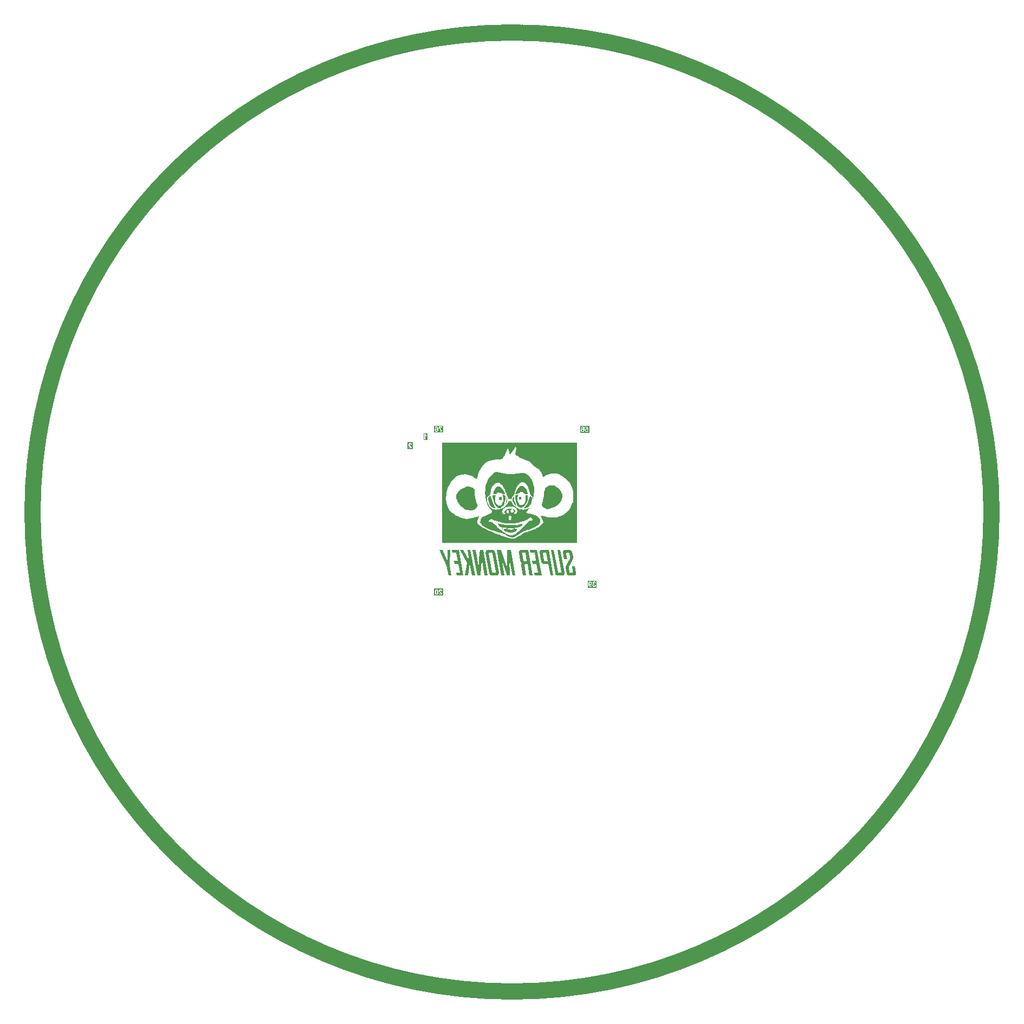
<source format=gbo>
G04*
G04 #@! TF.GenerationSoftware,Altium Limited,Altium Designer,23.10.1 (27)*
G04*
G04 Layer_Color=13813960*
%FSLAX25Y25*%
%MOIN*%
G70*
G04*
G04 #@! TF.SameCoordinates,1313D058-037A-41F4-8C4B-E5D45CBE15D2*
G04*
G04*
G04 #@! TF.FilePolarity,Positive*
G04*
G01*
G75*
%ADD13C,0.10000*%
G36*
X-22688Y-40141D02*
X-24590D01*
X-25902Y-32876D01*
X-27066Y-40141D01*
X-29083D01*
X-27624Y-32253D01*
X-32019Y-24299D01*
X-29953D01*
X-26230Y-31105D01*
X-27460Y-24299D01*
X-25558D01*
X-22688Y-40141D01*
D02*
G37*
G36*
X-38366Y-34024D02*
X-37267Y-40141D01*
X-39169D01*
X-40285Y-33991D01*
X-44647Y-24299D01*
X-42630D01*
X-39793Y-31351D01*
X-39825Y-24299D01*
X-37923D01*
X-38366Y-34024D01*
D02*
G37*
G36*
X2109Y-40141D02*
X190D01*
X-1531Y-30137D01*
X-1400Y-40141D01*
X-3024D01*
X-6353Y-30268D01*
X-4598Y-40141D01*
X-6517D01*
X-9387Y-24299D01*
X-6747D01*
X-2926Y-35713D01*
X-3057Y-24299D01*
X-777D01*
X2109Y-40141D01*
D02*
G37*
G36*
X-14947D02*
X-16865D01*
X-17013Y-39305D01*
X-17161Y-38517D01*
X-17292Y-37747D01*
X-17407Y-37025D01*
X-17522Y-36336D01*
X-17636Y-35680D01*
X-17735Y-35057D01*
X-17817Y-34467D01*
X-17915Y-33909D01*
X-17981Y-33384D01*
X-18063Y-32892D01*
X-18128Y-32417D01*
X-18194Y-31974D01*
X-18243Y-31564D01*
X-18292Y-31187D01*
X-18341Y-30842D01*
X-18391Y-30514D01*
X-18424Y-30203D01*
X-18456Y-29924D01*
X-18489Y-29678D01*
X-18506Y-29448D01*
X-18522Y-29252D01*
X-18538Y-29055D01*
X-18555Y-28907D01*
X-18571Y-28760D01*
X-18587Y-28645D01*
Y-28546D01*
X-18604Y-28464D01*
Y-28661D01*
X-18620Y-29006D01*
Y-29383D01*
X-18637Y-29776D01*
X-18653Y-30203D01*
X-18686Y-30645D01*
X-18735Y-31564D01*
X-18801Y-32531D01*
X-18866Y-33516D01*
X-18948Y-34499D01*
X-19030Y-35467D01*
X-19096Y-36402D01*
X-19145Y-36845D01*
X-19178Y-37271D01*
X-19211Y-37681D01*
X-19243Y-38058D01*
X-19276Y-38419D01*
X-19309Y-38763D01*
X-19342Y-39059D01*
X-19358Y-39338D01*
X-19391Y-39567D01*
X-19408Y-39764D01*
X-19424Y-39928D01*
Y-40043D01*
X-19440Y-40108D01*
Y-40141D01*
X-21359D01*
X-24229Y-24299D01*
X-22327D01*
X-22179Y-25119D01*
X-22048Y-25922D01*
X-21917Y-26677D01*
X-21786Y-27398D01*
X-21671Y-28087D01*
X-21572Y-28760D01*
X-21474Y-29383D01*
X-21375Y-29973D01*
X-21294Y-30547D01*
X-21212Y-31088D01*
X-21129Y-31597D01*
X-21064Y-32072D01*
X-21015Y-32531D01*
X-20949Y-32958D01*
X-20900Y-33351D01*
X-20851Y-33712D01*
X-20818Y-34057D01*
X-20785Y-34385D01*
X-20752Y-34680D01*
X-20719Y-34942D01*
X-20703Y-35188D01*
X-20670Y-35401D01*
X-20654Y-35598D01*
Y-35779D01*
X-20638Y-35926D01*
X-20621Y-36057D01*
Y-36156D01*
X-20605Y-36254D01*
Y-36057D01*
X-20588Y-35680D01*
Y-35287D01*
X-20572Y-34877D01*
X-20556Y-34434D01*
X-20523Y-33975D01*
X-20473Y-33024D01*
X-20408Y-32039D01*
X-20326Y-31023D01*
X-20244Y-30022D01*
X-20178Y-29022D01*
X-20096Y-28087D01*
X-20047Y-27628D01*
X-20014Y-27202D01*
X-19982Y-26792D01*
X-19932Y-26398D01*
X-19899Y-26037D01*
X-19867Y-25693D01*
X-19850Y-25381D01*
X-19817Y-25119D01*
X-19801Y-24873D01*
X-19768Y-24676D01*
X-19752Y-24512D01*
Y-24397D01*
X-19736Y-24315D01*
Y-24299D01*
X-17817D01*
X-14947Y-40141D01*
D02*
G37*
G36*
X32302Y-38452D02*
Y-38731D01*
X32285Y-38944D01*
X32236Y-39124D01*
X32171Y-39305D01*
X32105Y-39452D01*
X32039Y-39567D01*
X31974Y-39649D01*
X31925Y-39715D01*
X31908Y-39731D01*
X31744Y-39862D01*
X31580Y-39961D01*
X31416Y-40043D01*
X31269Y-40092D01*
X31121Y-40125D01*
X31023Y-40141D01*
X28267D01*
X28038Y-40125D01*
X27825Y-40075D01*
X27628Y-40010D01*
X27464Y-39944D01*
X27332Y-39879D01*
X27218Y-39813D01*
X27152Y-39764D01*
X27136Y-39748D01*
X26955Y-39584D01*
X26824Y-39419D01*
X26709Y-39239D01*
X26627Y-39092D01*
X26578Y-38944D01*
X26545Y-38829D01*
X26513Y-38763D01*
Y-38731D01*
X23872Y-24299D01*
X25758D01*
X28218Y-37829D01*
X28267Y-38009D01*
X28366Y-38140D01*
X28480Y-38239D01*
X28595Y-38304D01*
X28710Y-38337D01*
X28792Y-38353D01*
X28858Y-38370D01*
X29907D01*
X30038Y-38353D01*
X30137Y-38304D01*
X30202Y-38255D01*
X30235Y-38239D01*
X30301Y-38124D01*
X30334Y-38026D01*
X30350Y-37944D01*
Y-37911D01*
Y-37845D01*
X27923Y-24299D01*
X29760D01*
X32302Y-38452D01*
D02*
G37*
G36*
X35598Y-24315D02*
X35811Y-24364D01*
X35992Y-24430D01*
X36156Y-24496D01*
X36287Y-24577D01*
X36402Y-24643D01*
X36467Y-24692D01*
X36484Y-24709D01*
X36664Y-24873D01*
X36795Y-25037D01*
X36910Y-25217D01*
X36992Y-25381D01*
X37041Y-25529D01*
X37074Y-25644D01*
X37107Y-25709D01*
Y-25742D01*
X37566Y-28481D01*
X37582Y-28628D01*
X37599Y-28743D01*
Y-28842D01*
Y-28858D01*
Y-28874D01*
Y-28940D01*
Y-28956D01*
Y-28973D01*
X37582Y-29268D01*
X37533Y-29563D01*
X37468Y-29825D01*
X37386Y-30071D01*
X37320Y-30285D01*
X37255Y-30449D01*
X37222Y-30514D01*
X37205Y-30564D01*
X37189Y-30580D01*
Y-30596D01*
X37156Y-30662D01*
X37107Y-30744D01*
X37041Y-30859D01*
X36976Y-30990D01*
X36812Y-31302D01*
X36648Y-31629D01*
X36484Y-31941D01*
X36402Y-32089D01*
X36336Y-32204D01*
X36287Y-32318D01*
X36238Y-32400D01*
X36221Y-32449D01*
X36205Y-32466D01*
X36074Y-32728D01*
X35943Y-32958D01*
X35828Y-33171D01*
X35729Y-33351D01*
X35647Y-33516D01*
X35565Y-33663D01*
X35500Y-33778D01*
X35451Y-33893D01*
X35401Y-33975D01*
X35368Y-34057D01*
X35303Y-34155D01*
X35270Y-34204D01*
Y-34221D01*
X35139Y-34467D01*
X35041Y-34696D01*
X34958Y-34893D01*
X34909Y-35057D01*
X34876Y-35188D01*
X34860Y-35287D01*
Y-35352D01*
Y-35369D01*
Y-35451D01*
X34876Y-35516D01*
X34893Y-35566D01*
Y-35582D01*
X35287Y-37812D01*
X35352Y-37976D01*
X35434Y-38091D01*
X35500Y-38173D01*
X35516Y-38206D01*
X35533D01*
X35680Y-38288D01*
X35828Y-38337D01*
X35926Y-38353D01*
X36992D01*
X37123Y-38337D01*
X37222Y-38288D01*
X37287Y-38239D01*
X37304Y-38222D01*
X37386Y-38107D01*
X37418Y-38009D01*
X37435Y-37927D01*
Y-37894D01*
Y-37829D01*
X36845Y-34434D01*
X38681D01*
X39370Y-38452D01*
Y-38698D01*
X39354Y-38911D01*
X39305Y-39108D01*
X39255Y-39288D01*
X39173Y-39436D01*
X39108Y-39567D01*
X39059Y-39649D01*
X39009Y-39715D01*
X38993Y-39731D01*
X38829Y-39862D01*
X38665Y-39961D01*
X38501Y-40043D01*
X38353Y-40092D01*
X38222Y-40125D01*
X38107Y-40141D01*
X35368D01*
X35139Y-40125D01*
X34926Y-40075D01*
X34729Y-40010D01*
X34565Y-39944D01*
X34434Y-39879D01*
X34319Y-39813D01*
X34253Y-39764D01*
X34237Y-39748D01*
X34073Y-39584D01*
X33942Y-39403D01*
X33827Y-39223D01*
X33745Y-39059D01*
X33696Y-38911D01*
X33663Y-38796D01*
X33630Y-38731D01*
Y-38698D01*
X33073Y-35647D01*
X33023Y-35418D01*
X33007Y-35221D01*
X32991Y-35139D01*
Y-35090D01*
Y-35057D01*
Y-35041D01*
X33007Y-34811D01*
X33040Y-34582D01*
X33089Y-34385D01*
X33138Y-34221D01*
X33187Y-34073D01*
X33237Y-33975D01*
X33269Y-33893D01*
X33286Y-33876D01*
X33318Y-33762D01*
X33400Y-33614D01*
X33499Y-33401D01*
X33630Y-33155D01*
X33778Y-32876D01*
X33942Y-32597D01*
X34302Y-31974D01*
X34483Y-31679D01*
X34663Y-31383D01*
X34827Y-31105D01*
X34975Y-30875D01*
X35090Y-30662D01*
X35188Y-30514D01*
X35254Y-30416D01*
X35270Y-30400D01*
Y-30383D01*
X35434Y-30071D01*
X35549Y-29776D01*
X35647Y-29514D01*
X35697Y-29268D01*
X35729Y-29071D01*
X35746Y-28907D01*
X35762Y-28809D01*
Y-28792D01*
Y-28776D01*
Y-28628D01*
X35746Y-28497D01*
X35729Y-28399D01*
Y-28382D01*
Y-28366D01*
X35418Y-26611D01*
X35368Y-26463D01*
X35287Y-26349D01*
X35221Y-26283D01*
X35188Y-26250D01*
X35041Y-26152D01*
X34893Y-26103D01*
X34778Y-26086D01*
X33729D01*
X33597Y-26103D01*
X33499Y-26152D01*
X33433Y-26201D01*
X33400Y-26217D01*
X33318Y-26332D01*
X33269Y-26431D01*
X33253Y-26496D01*
Y-26529D01*
Y-26595D01*
X33269Y-26611D01*
X33860Y-29875D01*
X32006D01*
X31318Y-25988D01*
X31301Y-25922D01*
X31285Y-25840D01*
Y-25775D01*
Y-25758D01*
X31301Y-25545D01*
X31350Y-25348D01*
X31433Y-25168D01*
X31498Y-25020D01*
X31580Y-24889D01*
X31662Y-24807D01*
X31711Y-24742D01*
X31728Y-24725D01*
X31892Y-24577D01*
X32056Y-24479D01*
X32220Y-24397D01*
X32367Y-24348D01*
X32515Y-24315D01*
X32613Y-24299D01*
X35368D01*
X35598Y-24315D01*
D02*
G37*
G36*
X18296Y-40141D02*
X14016D01*
X13688Y-38370D01*
X16033D01*
X15049Y-32860D01*
X12687D01*
X12359Y-31088D01*
X14721D01*
X13835Y-26070D01*
X11441D01*
X11129Y-24299D01*
X15426D01*
X18296Y-40141D01*
D02*
G37*
G36*
X12671D02*
X10736Y-40141D01*
X9506Y-33155D01*
X7964D01*
X7833Y-33171D01*
X7734Y-33220D01*
X7669Y-33286D01*
X7653Y-33302D01*
X7570Y-33401D01*
X7521Y-33499D01*
X7505Y-33581D01*
Y-33597D01*
Y-33614D01*
Y-33663D01*
X8669Y-40141D01*
X6734D01*
X5570Y-33893D01*
Y-33811D01*
Y-33729D01*
Y-33663D01*
Y-33630D01*
X5553Y-33516D01*
Y-33483D01*
Y-33466D01*
X5586Y-33220D01*
X5635Y-33024D01*
X5668Y-32941D01*
X5684Y-32876D01*
X5717Y-32843D01*
Y-32827D01*
X5799Y-32695D01*
X5898Y-32597D01*
X5996Y-32499D01*
X6078Y-32433D01*
X6177Y-32384D01*
X6242Y-32351D01*
X6291Y-32318D01*
X6308D01*
X6127Y-32253D01*
X5963Y-32187D01*
X5816Y-32089D01*
X5684Y-31990D01*
X5471Y-31777D01*
X5307Y-31547D01*
X5192Y-31334D01*
X5127Y-31154D01*
X5094Y-31088D01*
Y-31039D01*
X5078Y-31006D01*
Y-30990D01*
X4192Y-26004D01*
X4176Y-25873D01*
X4159Y-25791D01*
X4143Y-25742D01*
Y-25725D01*
X4176Y-25512D01*
X4225Y-25315D01*
X4290Y-25152D01*
X4372Y-25004D01*
X4454Y-24889D01*
X4520Y-24791D01*
X4569Y-24742D01*
X4586Y-24725D01*
X4750Y-24577D01*
X4914Y-24479D01*
X5094Y-24397D01*
X5242Y-24348D01*
X5389Y-24315D01*
X5488Y-24299D01*
X9834D01*
X12671Y-40141D01*
D02*
G37*
G36*
X-11896Y-24315D02*
X-11699Y-24364D01*
X-11503Y-24430D01*
X-11339Y-24496D01*
X-11208Y-24577D01*
X-11093Y-24643D01*
X-11027Y-24692D01*
X-11011Y-24709D01*
X-10847Y-24873D01*
X-10716Y-25037D01*
X-10601Y-25217D01*
X-10519Y-25381D01*
X-10469Y-25529D01*
X-10437Y-25644D01*
X-10404Y-25709D01*
Y-25742D01*
X-8141Y-38419D01*
Y-38698D01*
X-8157Y-38911D01*
X-8206Y-39108D01*
X-8272Y-39288D01*
X-8337Y-39436D01*
X-8403Y-39567D01*
X-8469Y-39649D01*
X-8518Y-39715D01*
X-8534Y-39731D01*
X-8698Y-39862D01*
X-8862Y-39961D01*
X-9026Y-40043D01*
X-9190Y-40092D01*
X-9322Y-40125D01*
X-9436Y-40141D01*
X-12175D01*
X-12405Y-40125D01*
X-12618Y-40075D01*
X-12815Y-40010D01*
X-12979Y-39944D01*
X-13110Y-39879D01*
X-13225Y-39813D01*
X-13290Y-39764D01*
X-13307Y-39748D01*
X-13487Y-39584D01*
X-13618Y-39403D01*
X-13717Y-39223D01*
X-13799Y-39059D01*
X-13848Y-38911D01*
X-13897Y-38796D01*
X-13914Y-38731D01*
Y-38698D01*
X-16193Y-26004D01*
X-16209Y-25922D01*
X-16226Y-25840D01*
Y-25775D01*
Y-25758D01*
X-16209Y-25545D01*
X-16160Y-25348D01*
X-16095Y-25168D01*
X-16013Y-25020D01*
X-15931Y-24889D01*
X-15865Y-24807D01*
X-15816Y-24742D01*
X-15800Y-24725D01*
X-15635Y-24577D01*
X-15472Y-24479D01*
X-15307Y-24397D01*
X-15160Y-24348D01*
X-15012Y-24315D01*
X-14914Y-24299D01*
X-12126D01*
X-11896Y-24315D01*
D02*
G37*
G36*
X-29871Y-40141D02*
X-34151D01*
X-34479Y-38370D01*
X-32134D01*
X-33118Y-32860D01*
X-35480D01*
X-35807Y-31088D01*
X-33446D01*
X-34332Y-26070D01*
X-36726D01*
X-37038Y-24299D01*
X-32741D01*
X-29871Y-40141D01*
D02*
G37*
G36*
X25463Y-40157D02*
X23561D01*
X22265Y-33056D01*
X19789D01*
X19559Y-33040D01*
X19346Y-32991D01*
X19149Y-32925D01*
X18985Y-32860D01*
X18854Y-32794D01*
X18755Y-32728D01*
X18690Y-32679D01*
X18673Y-32663D01*
X18509Y-32499D01*
X18378Y-32318D01*
X18263Y-32154D01*
X18181Y-31990D01*
X18132Y-31843D01*
X18099Y-31712D01*
X18067Y-31646D01*
Y-31613D01*
X17066Y-26004D01*
X17033Y-25873D01*
X17017Y-25775D01*
Y-25709D01*
Y-25676D01*
X17033Y-25480D01*
X17083Y-25315D01*
X17148Y-25152D01*
X17214Y-25004D01*
X17296Y-24905D01*
X17361Y-24807D01*
X17411Y-24758D01*
X17427Y-24742D01*
X17591Y-24594D01*
X17771Y-24479D01*
X17935Y-24414D01*
X18099Y-24348D01*
X18230Y-24315D01*
X18345Y-24299D01*
X22593D01*
X25463Y-40157D01*
D02*
G37*
G36*
X40097Y41539D02*
Y-20000D01*
X-43150D01*
Y41539D01*
X40097D01*
D02*
G37*
G36*
X47500Y47741D02*
X41923D01*
Y52013D01*
X47500D01*
Y47741D01*
D02*
G37*
G36*
X52100Y-47559D02*
X46499D01*
Y-43287D01*
X52100D01*
Y-47559D01*
D02*
G37*
G36*
X-42400Y47841D02*
X-48026D01*
Y52113D01*
X-42400D01*
Y47841D01*
D02*
G37*
G36*
X-42300Y-52359D02*
X-47943D01*
Y-48087D01*
X-42300D01*
Y-52359D01*
D02*
G37*
G36*
X-61100Y37700D02*
X-64251D01*
Y41913D01*
X-61100D01*
Y37700D01*
D02*
G37*
G36*
X-52000Y43200D02*
X-54405D01*
Y47413D01*
X-52000D01*
Y43200D01*
D02*
G37*
%LPC*%
G36*
X8226Y-26086D02*
X6701D01*
X6570Y-26103D01*
X6455Y-26152D01*
X6390Y-26201D01*
X6357Y-26217D01*
X6275Y-26316D01*
X6242Y-26431D01*
X6226Y-26513D01*
Y-26529D01*
Y-26546D01*
Y-26611D01*
X6980Y-30727D01*
X7029Y-30875D01*
X7095Y-31006D01*
X7160Y-31072D01*
X7177Y-31105D01*
X7193D01*
X7341Y-31203D01*
X7472Y-31252D01*
X7587Y-31269D01*
X9161D01*
X8226Y-26086D01*
D02*
G37*
G36*
X-12733D02*
X-13782D01*
X-13914Y-26103D01*
X-14028Y-26152D01*
X-14094Y-26201D01*
X-14110Y-26217D01*
X-14192Y-26316D01*
X-14242Y-26431D01*
X-14258Y-26513D01*
Y-26529D01*
Y-26546D01*
Y-26611D01*
X-12241Y-37812D01*
X-12175Y-37993D01*
X-12093Y-38124D01*
X-11978Y-38222D01*
X-11863Y-38288D01*
X-11749Y-38321D01*
X-11650Y-38337D01*
X-11601Y-38353D01*
X-10552D01*
X-10420Y-38337D01*
X-10322Y-38288D01*
X-10240Y-38239D01*
X-10223Y-38222D01*
X-10142Y-38107D01*
X-10109Y-38009D01*
X-10092Y-37927D01*
Y-37894D01*
Y-37829D01*
X-12093Y-26611D01*
X-12159Y-26463D01*
X-12241Y-26349D01*
X-12306Y-26283D01*
X-12339Y-26250D01*
X-12487Y-26152D01*
X-12634Y-26103D01*
X-12733Y-26086D01*
D02*
G37*
G36*
X21019Y-26086D02*
X19444D01*
X19313Y-26103D01*
X19215Y-26152D01*
X19149Y-26201D01*
X19132Y-26217D01*
X19050Y-26316D01*
X19001Y-26431D01*
X18985Y-26513D01*
Y-26529D01*
Y-26546D01*
Y-26611D01*
X19772Y-30744D01*
X19821Y-30891D01*
X19903Y-31023D01*
X19969Y-31088D01*
X19985Y-31121D01*
X20002D01*
X20149Y-31203D01*
X20280Y-31252D01*
X20379Y-31269D01*
X21986D01*
X21019Y-26086D01*
D02*
G37*
G36*
X37598Y39012D02*
X2083D01*
X1591Y38274D01*
X1181Y37535D01*
X771Y36961D01*
X442Y36469D01*
X-214Y35649D01*
X-706Y35075D01*
X-1034Y34747D01*
X-1280Y34501D01*
X-1444Y34419D01*
X-1526D01*
Y35321D01*
X-1690Y36141D01*
X-1854Y36715D01*
X-2018Y37289D01*
X-2182Y37617D01*
X-2346Y37946D01*
X-2428Y38028D01*
X-2510Y38110D01*
X-3084Y37782D01*
X-3495Y36305D01*
X-3987Y35075D01*
X-4479Y34009D01*
X-4971Y33188D01*
X-5381Y32532D01*
X-5791Y32040D01*
X-6037Y31712D01*
X-6119Y31630D01*
X-7596Y31466D01*
X-8908Y31384D01*
X-10138Y31220D01*
X-11204Y31056D01*
X-12107Y30892D01*
X-12927Y30728D01*
X-13583Y30564D01*
X-14157Y30400D01*
X-14649Y30236D01*
X-15059Y30072D01*
X-15387Y29908D01*
X-15633Y29825D01*
X-15880Y29662D01*
X-15962Y29579D01*
X-16618Y29087D01*
X-17274Y28431D01*
X-17848Y27775D01*
X-18422Y26955D01*
X-19406Y25232D01*
X-20227Y23510D01*
X-20883Y21870D01*
X-21129Y21131D01*
X-21375Y20475D01*
X-21539Y19901D01*
X-21703Y19491D01*
X-21785Y19245D01*
Y19163D01*
X-22933Y20147D01*
X-24164Y20885D01*
X-25312Y21460D01*
X-26378Y21788D01*
X-27362Y22034D01*
X-28100Y22116D01*
X-28593Y22198D01*
X-28757D01*
X-29987Y22116D01*
X-31299Y21952D01*
X-31874Y21788D01*
X-32284Y21706D01*
X-32612Y21623D01*
X-32694D01*
X-34088Y20885D01*
X-35318Y19901D01*
X-36385Y18917D01*
X-37287Y17851D01*
X-38025Y16702D01*
X-38681Y15472D01*
X-39255Y14324D01*
X-39665Y13175D01*
X-39994Y12027D01*
X-40240Y10961D01*
X-40404Y10059D01*
X-40486Y9156D01*
X-40568Y8500D01*
X-40650Y8008D01*
Y8008D01*
Y6942D01*
X-40486Y5055D01*
X-40075Y3333D01*
X-39501Y1775D01*
X-38681Y462D01*
X-37697Y-686D01*
X-36631Y-1670D01*
X-35482Y-2490D01*
X-34252Y-3229D01*
X-33022Y-3803D01*
X-31874Y-4295D01*
X-30807Y-4623D01*
X-29823Y-4869D01*
X-29003Y-5115D01*
X-28429Y-5197D01*
X-28019Y-5279D01*
X-27854D01*
X-25968Y-5033D01*
X-24410Y-4787D01*
X-23097Y-4459D01*
X-22113Y-4131D01*
X-21375Y-3885D01*
X-20883Y-3639D01*
X-20555Y-3557D01*
X-20473Y-3475D01*
X-20227D01*
Y-4131D01*
X-20637Y-4705D01*
X-20965Y-5279D01*
X-21129Y-5771D01*
X-21293Y-6099D01*
X-21375Y-6427D01*
X-21457Y-6673D01*
Y-6755D01*
Y-6837D01*
X-21375Y-7248D01*
X-21211Y-7740D01*
X-20965Y-8232D01*
X-20555Y-8642D01*
X-20063Y-9134D01*
X-19488Y-9626D01*
X-18094Y-10528D01*
X-16454Y-11430D01*
X-14649Y-12333D01*
X-12763Y-13153D01*
X-10712Y-13973D01*
X-8744Y-14711D01*
X-6857Y-15368D01*
X-5053Y-15942D01*
X-3413Y-16516D01*
X-2018Y-16926D01*
X-1444Y-17090D01*
X-952Y-17254D01*
X-542Y-17336D01*
X-296Y-17418D01*
X-132Y-17500D01*
X-40650Y-17500D01*
X606Y-17500D01*
X1345Y-17336D01*
X2247Y-17008D01*
X3231Y-16434D01*
X4215Y-15778D01*
X5200Y-15203D01*
X5938Y-14629D01*
X6266Y-14465D01*
X6512Y-14301D01*
X6594Y-14137D01*
X6676D01*
X8890Y-13481D01*
X10859Y-12825D01*
X12499Y-12169D01*
X13894Y-11513D01*
X15124Y-10938D01*
X16190Y-10364D01*
X17010Y-9790D01*
X17667Y-9298D01*
X18159Y-8806D01*
X18569Y-8396D01*
X18815Y-8068D01*
X19061Y-7740D01*
X19225Y-7329D01*
Y-7165D01*
X19143Y-6837D01*
X18979Y-6345D01*
X18733Y-5689D01*
X18487Y-4951D01*
X18159Y-4295D01*
X17913Y-3721D01*
X17749Y-3311D01*
X17667Y-3147D01*
Y-2900D01*
X18815Y-3393D01*
X20045Y-3721D01*
X21193Y-4049D01*
X22178Y-4213D01*
X23080Y-4295D01*
X23818Y-4377D01*
X25376D01*
X26361Y-4295D01*
X27263Y-4213D01*
X28165Y-3967D01*
X28985Y-3721D01*
X29642Y-3557D01*
X30134Y-3311D01*
X30462Y-3229D01*
X30544Y-3147D01*
X31774Y-2572D01*
X32840Y-1834D01*
X33825Y-1096D01*
X34645Y-194D01*
X35301Y709D01*
X35875Y1611D01*
X36367Y2513D01*
X36695Y3415D01*
X37023Y4317D01*
X37187Y5138D01*
X37351Y5876D01*
X37516Y6532D01*
Y7106D01*
X37598Y7516D01*
Y-16434D01*
X37598Y9075D01*
X37515Y11125D01*
X37187Y12929D01*
X36613Y14570D01*
X35957Y15964D01*
X35219Y17277D01*
X34317Y18425D01*
X33332Y19327D01*
X32430Y20147D01*
X31446Y20885D01*
X30462Y21460D01*
X29559Y21870D01*
X28821Y22198D01*
X28165Y22444D01*
X27591Y22690D01*
X27263Y22772D01*
X25376D01*
X24064Y22690D01*
X22916Y22444D01*
X21932Y22116D01*
X21111Y21706D01*
X20455Y21295D01*
X19963Y20967D01*
X19635Y20721D01*
X19553Y20639D01*
X18897D01*
X18815Y21214D01*
X18569Y21952D01*
X18241Y22690D01*
X17831Y23428D01*
X17421Y24166D01*
X17093Y24740D01*
X16846Y25068D01*
X16764Y25232D01*
X15452Y25889D01*
X14304Y26709D01*
X13320Y27529D01*
X12499Y28349D01*
X11843Y29005D01*
X11351Y29579D01*
X11023Y29990D01*
X10941Y30154D01*
X9383Y30646D01*
X7988Y31138D01*
X6840Y31630D01*
X5856Y32040D01*
X4953Y32450D01*
X4215Y32860D01*
X3641Y33188D01*
X3231Y33516D01*
X2821Y33762D01*
X2575Y34009D01*
X2247Y34419D01*
X2083Y34665D01*
Y34747D01*
X2739Y38438D01*
X2657Y38766D01*
X2411Y38930D01*
X2165Y39012D01*
X37598D01*
D02*
G37*
%LPD*%
G36*
X6348Y15062D02*
X6922Y14898D01*
X7332Y14652D01*
X7742Y14324D01*
X8480Y13504D01*
X8973Y12601D01*
X9301Y11617D01*
X9547Y10797D01*
X9629Y10469D01*
X9711Y10223D01*
Y10059D01*
Y9977D01*
X8234D01*
X8152Y10059D01*
X7906Y10141D01*
X7414Y10633D01*
X6922Y11043D01*
X6758Y11125D01*
X6676Y11207D01*
X5200D01*
X4297Y10633D01*
X3395Y10223D01*
X2985Y10141D01*
X2739Y10059D01*
X2493Y9977D01*
X2083D01*
X2411Y10879D01*
X2657Y11699D01*
X2985Y12355D01*
X3313Y12929D01*
X3559Y13504D01*
X3887Y13914D01*
X4461Y14488D01*
X5035Y14898D01*
X5446Y15062D01*
X5692Y15144D01*
X5774D01*
X6348Y15062D01*
D02*
G37*
G36*
X-7842Y14734D02*
X-7350Y14652D01*
X-6529Y14078D01*
X-5873Y13421D01*
X-5299Y12601D01*
X-4889Y11699D01*
X-4561Y11043D01*
X-4397Y10469D01*
X-4315Y10387D01*
Y10305D01*
Y9977D01*
X-4971Y10059D01*
X-5627Y10141D01*
X-6775Y10633D01*
X-7267Y10797D01*
X-7678Y11043D01*
X-7924Y11125D01*
X-8006Y11207D01*
X-8334Y11125D01*
X-8662Y11043D01*
X-9318Y10633D01*
X-9646Y10387D01*
X-9892Y10141D01*
X-10056Y10059D01*
X-10138Y9977D01*
X-11614D01*
X-11451Y10797D01*
X-11204Y11617D01*
X-11040Y12191D01*
X-10712Y12765D01*
X-10466Y13258D01*
X-10220Y13668D01*
X-9646Y14242D01*
X-9154Y14570D01*
X-8744Y14734D01*
X-8416Y14816D01*
X-8334D01*
X-7842Y14734D01*
D02*
G37*
G36*
X-7760Y23264D02*
X-6037Y22854D01*
X-4479Y22608D01*
X-3084Y22362D01*
X-2018Y22280D01*
X-1116Y22198D01*
X278D01*
X1263Y22362D01*
X2165Y22526D01*
X2985Y22608D01*
X3641Y22690D01*
X4215Y22772D01*
X4789Y22854D01*
X5528Y23018D01*
X6020D01*
X6266Y23100D01*
X7332D01*
X8480Y22608D01*
X9465Y22034D01*
X10285Y21295D01*
X11023Y20475D01*
X11679Y19573D01*
X12171Y18671D01*
X12581Y17769D01*
X12910Y16784D01*
X13402Y15062D01*
X13566Y14242D01*
X13648Y13504D01*
X13730Y12929D01*
Y12519D01*
Y12191D01*
Y12109D01*
X13073Y6942D01*
X12827D01*
X12745Y7762D01*
X12581Y8336D01*
X12335Y8746D01*
X12089Y8992D01*
X11761Y9239D01*
X11515Y9321D01*
X11269D01*
X11023Y10715D01*
X10777Y11945D01*
X10449Y13011D01*
X10121Y13996D01*
X9711Y14734D01*
X9383Y15390D01*
X8973Y15964D01*
X8562Y16374D01*
X8234Y16702D01*
X7824Y16948D01*
X7250Y17277D01*
X6840Y17358D01*
X6676D01*
X6020Y17277D01*
X5364Y17030D01*
X4789Y16702D01*
X4215Y16292D01*
X3805Y15718D01*
X3313Y15144D01*
X2657Y13832D01*
X2165Y12519D01*
X1919Y11945D01*
X1755Y11371D01*
X1673Y10961D01*
X1591Y10633D01*
X1509Y10387D01*
Y10305D01*
X852Y9485D01*
X442Y8828D01*
X114Y8254D01*
X-132Y7762D01*
X-296Y7434D01*
X-378Y7188D01*
Y7024D01*
Y6942D01*
X-2182D01*
X-2346Y7516D01*
X-2428Y8008D01*
X-2592Y8336D01*
X-2756Y8500D01*
X-2920Y8664D01*
X-3002Y8746D01*
X-3084D01*
X-3495Y10223D01*
X-3905Y11453D01*
X-4315Y12601D01*
X-4807Y13504D01*
X-5217Y14324D01*
X-5709Y14980D01*
X-6119Y15554D01*
X-6529Y15964D01*
X-6939Y16374D01*
X-7350Y16620D01*
X-8006Y16866D01*
X-8416Y17030D01*
X-9236D01*
X-9892Y16784D01*
X-10548Y16374D01*
X-11532Y15472D01*
X-12189Y14406D01*
X-12681Y13340D01*
X-12927Y12273D01*
X-13091Y11371D01*
X-13173Y11043D01*
Y10797D01*
Y10633D01*
Y10551D01*
X-13255Y10223D01*
X-13501Y9895D01*
X-13829Y9485D01*
X-14239Y9156D01*
X-14649Y8746D01*
X-14977Y8418D01*
X-15223Y8254D01*
X-15305Y8172D01*
Y6942D01*
X-15223Y5794D01*
X-15059Y4809D01*
X-14813Y3907D01*
X-14403Y3169D01*
X-13993Y2595D01*
X-13583Y2021D01*
X-13091Y1611D01*
X-12517Y1283D01*
X-11532Y790D01*
X-10630Y544D01*
X-10302D01*
X-10056Y462D01*
X-9810D01*
X-9154Y544D01*
X-8580D01*
X-7678Y709D01*
X-7021Y872D01*
X-6611Y1036D01*
X-6283Y1118D01*
X-6201Y1283D01*
X-6119Y1365D01*
X-5791Y1447D01*
X-5381Y1611D01*
X-4643Y2103D01*
X-3905Y2759D01*
X-3249Y3579D01*
X-2674Y4399D01*
X-2264Y5055D01*
X-1936Y5548D01*
X-1854Y5630D01*
Y5712D01*
X-378D01*
X32Y4809D01*
X442Y3989D01*
X1017Y3251D01*
X1509Y2677D01*
X2165Y2185D01*
X2739Y1775D01*
X3969Y1118D01*
X5118Y709D01*
X6102Y544D01*
X6512Y462D01*
X7004D01*
X7660Y544D01*
X8234Y626D01*
X9301Y955D01*
X9711Y1118D01*
X10039Y1201D01*
X10285Y1365D01*
X10695D01*
X8809Y-1342D01*
X10039Y-1916D01*
X11351Y-2162D01*
X12417Y-2408D01*
X13402Y-2736D01*
X14222Y-3064D01*
X14960Y-3393D01*
X15534Y-3721D01*
X16026Y-4049D01*
X16436Y-4377D01*
X16764Y-4705D01*
X16928Y-4951D01*
X17256Y-5443D01*
X17338Y-5771D01*
Y-5935D01*
Y-6837D01*
X17256Y-7494D01*
X16928Y-8068D01*
X16354Y-8642D01*
X15698Y-9216D01*
X14960Y-9708D01*
X14058Y-10200D01*
X12171Y-11102D01*
X10285Y-11841D01*
X9383Y-12169D01*
X8644Y-12415D01*
X7988Y-12661D01*
X7414Y-12743D01*
X7086Y-12907D01*
X7004D01*
X6020Y-13563D01*
X5200Y-14137D01*
X4461Y-14629D01*
X3805Y-15039D01*
X3231Y-15368D01*
X2739Y-15696D01*
X1919Y-16106D01*
X1427Y-16434D01*
X1099Y-16516D01*
X934Y-16598D01*
X852D01*
X32Y-16516D01*
X-952Y-16270D01*
X-1936Y-15942D01*
X-2838Y-15531D01*
X-3659Y-15121D01*
X-4397Y-14793D01*
X-4807Y-14547D01*
X-4889Y-14465D01*
X-4971D01*
X-6283Y-14137D01*
X-7514Y-13809D01*
X-9810Y-13153D01*
X-11697Y-12497D01*
X-13419Y-11841D01*
X-14813Y-11266D01*
X-16044Y-10610D01*
X-16946Y-10036D01*
X-17766Y-9544D01*
X-18340Y-9052D01*
X-18832Y-8560D01*
X-19160Y-8150D01*
X-19324Y-7822D01*
X-19488Y-7576D01*
X-19570Y-7329D01*
Y-7248D01*
Y-7165D01*
X-19488Y-6509D01*
X-19406Y-5935D01*
X-19242Y-5443D01*
X-18996Y-4951D01*
X-18750Y-4623D01*
X-18586Y-4377D01*
X-18504Y-4213D01*
X-18422Y-4131D01*
X-17356Y-3721D01*
X-16372Y-3393D01*
X-15552Y-3064D01*
X-14895Y-2736D01*
X-14239Y-2408D01*
X-13747Y-2162D01*
X-13337Y-1916D01*
X-13009Y-1670D01*
X-12599Y-1260D01*
X-12353Y-932D01*
X-12271Y-768D01*
Y-686D01*
X-12353Y-440D01*
X-12435Y-112D01*
X-12517Y52D01*
X-12599Y134D01*
X-13255Y872D01*
X-13911Y1611D01*
X-14895Y3251D01*
X-15552Y5055D01*
X-16044Y6696D01*
X-16290Y8172D01*
X-16454Y8828D01*
Y9403D01*
X-16536Y9895D01*
Y10223D01*
Y10469D01*
Y10551D01*
X-16454Y12601D01*
X-16208Y14406D01*
X-15880Y16046D01*
X-15470Y17440D01*
X-14895Y18671D01*
X-14321Y19737D01*
X-13665Y20639D01*
X-13009Y21460D01*
X-12435Y22034D01*
X-11779Y22608D01*
X-11204Y23018D01*
X-10630Y23264D01*
X-10220Y23510D01*
X-9892Y23674D01*
X-9646Y23756D01*
X-9564D01*
X-7760Y23264D01*
D02*
G37*
G36*
X5528Y8336D02*
X5692Y8172D01*
X5774Y7926D01*
Y7844D01*
Y6614D01*
X4871D01*
X4543Y6696D01*
X4379Y6942D01*
X4215Y7106D01*
Y7188D01*
Y7844D01*
X4297Y8172D01*
X4543Y8336D01*
X4789Y8418D01*
X5200D01*
X5528Y8336D01*
D02*
G37*
G36*
X-6447Y6286D02*
X-7350D01*
X-7678Y6368D01*
X-7842Y6614D01*
X-8006Y6860D01*
Y6942D01*
Y7516D01*
X-7924Y7844D01*
X-7678Y8008D01*
X-7431Y8172D01*
X-6447D01*
Y6286D01*
D02*
G37*
G36*
X-3084Y5958D02*
X-3741Y3907D01*
X-3987D01*
Y4153D01*
X-3823Y4645D01*
X-3659Y5220D01*
X-3494Y6450D01*
X-3413Y6942D01*
Y7434D01*
Y7762D01*
Y7844D01*
X-3084D01*
Y5958D01*
D02*
G37*
G36*
X-5217Y9567D02*
X-4725Y9403D01*
X-4397Y9239D01*
X-4233Y9075D01*
X-4069Y8992D01*
X-3987Y8828D01*
Y8746D01*
X-3987Y7844D01*
X-4151Y6696D01*
X-4315Y5712D01*
X-4561Y4809D01*
X-4807Y4071D01*
X-5135Y3497D01*
X-5463Y2923D01*
X-5791Y2513D01*
X-6201Y2185D01*
X-6857Y1693D01*
X-7431Y1447D01*
X-7842Y1365D01*
X-8334D01*
X-8990Y1775D01*
X-9482Y2267D01*
X-10384Y3415D01*
X-11040Y4645D01*
X-11451Y5958D01*
X-11779Y7188D01*
X-11861Y8172D01*
X-11943Y8500D01*
X-11943Y8828D01*
Y8992D01*
Y9075D01*
Y9321D01*
X-10138D01*
X-10384Y7844D01*
Y6942D01*
X-10302Y5794D01*
X-9974Y4809D01*
X-9646Y4153D01*
X-9154Y3579D01*
X-8744Y3251D01*
X-8334Y3087D01*
X-8088Y2923D01*
X-8006D01*
X-7514Y3005D01*
X-7103Y3087D01*
X-6365Y3579D01*
X-5873Y4235D01*
X-5545Y4973D01*
X-5381Y5712D01*
X-5217Y6286D01*
Y6778D01*
Y6860D01*
Y6942D01*
X-5791Y9321D01*
Y9731D01*
X-5217Y9567D01*
D02*
G37*
G36*
X1263Y7352D02*
X1427Y6286D01*
X1673Y5384D01*
X2001Y4563D01*
X2247Y3907D01*
X2493Y3333D01*
X2657Y3005D01*
X2739Y2923D01*
Y2677D01*
X1919Y3333D01*
X1345Y3989D01*
X852Y4645D01*
X606Y5220D01*
X442Y5794D01*
X360Y6204D01*
X278Y6532D01*
Y6614D01*
X442Y7188D01*
X606Y7680D01*
X771Y8008D01*
X852Y8172D01*
X1017Y8336D01*
X1099Y8418D01*
X1181D01*
X1263Y7352D01*
D02*
G37*
G36*
X3559Y8828D02*
X3395Y8008D01*
X3313Y7680D01*
Y7434D01*
Y7270D01*
Y7188D01*
Y6942D01*
X3395Y6040D01*
X3641Y5302D01*
X3887Y4645D01*
X4297Y4153D01*
X4625Y3743D01*
X4871Y3497D01*
X5118Y3333D01*
X5200Y3251D01*
X6430D01*
X7086Y3825D01*
X7578Y4481D01*
X7988Y5138D01*
X8234Y5712D01*
X8398Y6286D01*
X8480Y6778D01*
Y7106D01*
Y7188D01*
X8234Y9321D01*
X9711D01*
X9711Y7516D01*
X9629Y6696D01*
X9547Y5958D01*
X9137Y4727D01*
X8480Y3743D01*
X7742Y2923D01*
X7004Y2349D01*
X6430Y2021D01*
X5938Y1775D01*
X5856Y1693D01*
X5774D01*
X5118Y1775D01*
X4543Y1939D01*
X4051Y2267D01*
X3641Y2595D01*
X2985Y3497D01*
X2575Y4645D01*
X2247Y5712D01*
X2165Y6614D01*
X2083Y6942D01*
Y7270D01*
Y7434D01*
Y7516D01*
X2083Y9321D01*
X3641Y9731D01*
X3887D01*
X3559Y8828D01*
D02*
G37*
G36*
X11433Y8664D02*
X11597Y8582D01*
X11925Y8172D01*
X12171Y7680D01*
X12253Y7598D01*
Y7516D01*
X12171Y6450D01*
X12089Y5466D01*
X11843Y4645D01*
X11515Y3989D01*
X11187Y3333D01*
X10777Y2841D01*
X10367Y2431D01*
X9957Y2103D01*
X9137Y1693D01*
X8398Y1447D01*
X7824Y1365D01*
X7332D01*
X9465Y3907D01*
X9711Y4727D01*
X9957Y5548D01*
X10121Y6122D01*
X10367Y6696D01*
X10531Y7188D01*
X10613Y7598D01*
X10859Y8172D01*
X11105Y8500D01*
X11187Y8664D01*
X11269Y8746D01*
X11433Y8664D01*
D02*
G37*
G36*
X-12681Y7188D02*
X-12107Y5630D01*
X-11532Y4235D01*
X-11040Y3169D01*
X-10548Y2349D01*
X-10138Y1775D01*
X-9892Y1447D01*
X-9810Y1365D01*
X-10138D01*
X-10958Y1447D01*
X-11614Y1611D01*
X-12271Y1939D01*
X-12763Y2349D01*
X-13583Y3333D01*
X-14157Y4481D01*
X-14485Y5548D01*
X-14649Y6532D01*
X-14731Y6942D01*
Y7270D01*
Y7434D01*
Y7516D01*
Y7844D01*
X-14649Y8090D01*
X-14403Y8336D01*
X-13911Y8746D01*
X-13419Y8992D01*
X-13255Y9075D01*
X-13173D01*
X-12681Y7188D01*
D02*
G37*
G36*
X25048Y15390D02*
X25869Y15226D01*
X26689Y14898D01*
X27345Y14488D01*
X28575Y13504D01*
X29559Y12437D01*
X30216Y11289D01*
X30708Y10305D01*
X30954Y9895D01*
X31036Y9567D01*
X31118Y9403D01*
Y9321D01*
X31036Y8090D01*
X30708Y6942D01*
X30298Y5876D01*
X29724Y5055D01*
X28985Y4235D01*
X28247Y3497D01*
X27345Y2923D01*
X26525Y2431D01*
X25705Y2021D01*
X24802Y1611D01*
X24064Y1365D01*
X23408Y1118D01*
X22752Y955D01*
X22342Y872D01*
X22014Y790D01*
X21932D01*
X21029Y872D01*
X20291Y1201D01*
X19635Y1611D01*
X19143Y2021D01*
X18815Y2513D01*
X18569Y2841D01*
X18405Y3169D01*
X18323Y3251D01*
X19553Y9075D01*
X19635Y10223D01*
X19717Y11207D01*
X19881Y12027D01*
X20209Y12765D01*
X20455Y13421D01*
X20783Y13914D01*
X21193Y14324D01*
X21521Y14652D01*
X22260Y15144D01*
X22916Y15390D01*
X23326Y15472D01*
X24146D01*
X25048Y15390D01*
D02*
G37*
G36*
X-25230Y14242D02*
X-24410Y13914D01*
X-23835Y13586D01*
X-23425Y13340D01*
X-23179Y13093D01*
X-23097Y12929D01*
X-23015Y12765D01*
Y12109D01*
X-22933Y10141D01*
X-22687Y8336D01*
X-22441Y6778D01*
X-22031Y5466D01*
X-21703Y4399D01*
X-21457Y3579D01*
X-21211Y3087D01*
X-21129Y3005D01*
Y2923D01*
X-21621Y2021D01*
X-22195Y1283D01*
X-22769Y790D01*
X-23261Y462D01*
X-23753Y298D01*
X-24164Y216D01*
X-24410Y134D01*
X-26050D01*
X-27116Y216D01*
X-28100Y462D01*
X-29003Y790D01*
X-29823Y1283D01*
X-30561Y1857D01*
X-31217Y2513D01*
X-32366Y3825D01*
X-33186Y5220D01*
X-33514Y5794D01*
X-33760Y6368D01*
X-34006Y6860D01*
X-34170Y7188D01*
X-34252Y7434D01*
Y7516D01*
Y8418D01*
X-34170Y9156D01*
X-34006Y9895D01*
X-33678Y10551D01*
X-33268Y11125D01*
X-32366Y12191D01*
X-31217Y13093D01*
X-30069Y13750D01*
X-29167Y14160D01*
X-28757Y14324D01*
X-28429Y14488D01*
X-28265Y14570D01*
X-26296D01*
X-25230Y14242D01*
D02*
G37*
%LPC*%
G36*
X-2674Y462D02*
X-3084D01*
X-3413Y-1014D01*
X-3249Y-1342D01*
X-3084Y-1506D01*
X-2756Y-1834D01*
X-2592Y-1916D01*
X-2510D01*
X-2100Y-1834D01*
X-1936Y-1588D01*
X-1854Y-1424D01*
Y-1342D01*
Y-440D01*
X-2018Y-112D01*
X-2182Y52D01*
X-2510Y380D01*
X-2674Y462D01*
D02*
G37*
G36*
X32Y2349D02*
X-1608D01*
X-2428Y2185D01*
X-3167Y2103D01*
X-3823Y1857D01*
X-4315Y1611D01*
X-4807Y1365D01*
X-5463Y872D01*
X-5791Y298D01*
X-6037Y-194D01*
X-6119Y-522D01*
Y-686D01*
Y-1342D01*
X-5955Y-1670D01*
X-5791Y-1834D01*
X-5463Y-2162D01*
X-5299Y-2244D01*
X-4643D01*
X-3987Y-1916D01*
Y-1752D01*
X-4151Y-1588D01*
X-4479Y-1424D01*
X-4807Y-1342D01*
X-4971D01*
Y-1014D01*
X-4397Y-276D01*
X-3741Y216D01*
X-3084Y626D01*
X-2346Y872D01*
X-1690Y1036D01*
X-1116Y1118D01*
X-50D01*
X-214Y790D01*
X-378Y544D01*
X-706Y298D01*
X-870Y134D01*
X-952D01*
X-624Y-1342D01*
X278D01*
X606Y-1260D01*
X771Y-1014D01*
X852Y-768D01*
Y-686D01*
Y-112D01*
X278Y790D01*
X689Y709D01*
X1099Y626D01*
X1673Y216D01*
X2001Y-276D01*
X2083Y-358D01*
Y-440D01*
Y-1014D01*
X1755D01*
X1591Y-1096D01*
X1263Y-1342D01*
X1181Y-1588D01*
Y-1670D01*
X1509Y-2244D01*
X2001Y-2162D01*
X2411Y-1998D01*
X2739Y-1670D01*
X2985Y-1342D01*
X3149Y-1014D01*
X3231Y-686D01*
X3313Y-522D01*
Y-440D01*
X3231Y52D01*
X3149Y462D01*
X2739Y1201D01*
X2083Y1693D01*
X1345Y2021D01*
X606Y2185D01*
X32Y2349D01*
D02*
G37*
G36*
X-870Y-3147D02*
X-1198D01*
X-1526Y-3229D01*
X-1772Y-3393D01*
X-1854Y-3639D01*
Y-3721D01*
Y-5279D01*
X-1772Y-5689D01*
X-1526Y-5853D01*
X-1280Y-5935D01*
X-1198D01*
X-1034Y-5853D01*
X-788Y-5689D01*
X-706Y-5361D01*
X-542Y-5033D01*
X-460Y-4705D01*
Y-4377D01*
X-378Y-4213D01*
Y-4131D01*
Y-3803D01*
X-460Y-3557D01*
X-624Y-3229D01*
X-870Y-3147D01*
D02*
G37*
G36*
X11351Y-4377D02*
X11269D01*
X10367Y-5033D01*
X9465Y-5607D01*
X7414Y-6509D01*
X5364Y-7165D01*
X3477Y-7576D01*
X2575Y-7740D01*
X1673Y-7904D01*
X934Y-7986D01*
X278D01*
X-214Y-8068D01*
X-952D01*
X-3413Y-7986D01*
X-5627Y-7658D01*
X-7596Y-7165D01*
X-9318Y-6673D01*
X-10056Y-6427D01*
X-10712Y-6181D01*
X-11286Y-5935D01*
X-11697Y-5689D01*
X-12107Y-5525D01*
X-12353Y-5361D01*
X-12517Y-5279D01*
X-12599D01*
X-13091Y-5361D01*
X-13419Y-5525D01*
X-13993Y-6017D01*
X-14321Y-6591D01*
X-14403Y-6755D01*
Y-6837D01*
X-14239Y-6919D01*
X-14075Y-7001D01*
Y-7084D01*
Y-7165D01*
X-13829Y-7084D01*
X-13501Y-7001D01*
X-13255Y-6919D01*
X-13173Y-6837D01*
X-12681Y-7084D01*
X-12189Y-7329D01*
X-11286Y-7986D01*
X-10958Y-8232D01*
X-10630Y-8478D01*
X-10466Y-8642D01*
X-10384Y-8724D01*
X-9236Y-9872D01*
X-8170Y-10938D01*
X-7103Y-11841D01*
X-6119Y-12579D01*
X-5299Y-13235D01*
X-4479Y-13727D01*
X-3659Y-14219D01*
X-3002Y-14547D01*
X-1854Y-15039D01*
X-1034Y-15285D01*
X-788D01*
X-542Y-15368D01*
X-378D01*
X1181Y-15121D01*
X1427Y-15039D01*
X1837Y-14711D01*
X2411Y-14301D01*
X3067Y-13645D01*
X3887Y-12989D01*
X4707Y-12251D01*
X6512Y-10528D01*
X8316Y-8806D01*
X9137Y-8068D01*
X9793Y-7329D01*
X10449Y-6755D01*
X10859Y-6345D01*
X11187Y-6017D01*
X11269Y-5935D01*
X11925Y-6263D01*
X12253Y-6181D01*
X12417Y-5935D01*
X12499Y-5689D01*
Y-5607D01*
Y-5279D01*
X12417Y-5115D01*
X12335Y-4951D01*
X11925Y-4705D01*
X11433Y-4459D01*
X11351Y-4377D01*
D02*
G37*
%LPD*%
G36*
X-5463Y-11184D02*
X-5299Y-11430D01*
X-5217Y-11677D01*
Y-11759D01*
X-5545D01*
X-5873Y-11677D01*
X-6037Y-11430D01*
X-6119Y-11184D01*
Y-11102D01*
X-5791D01*
X-5463Y-11184D01*
D02*
G37*
G36*
X-7431Y-8396D02*
X-6119Y-8560D01*
X-5053Y-8724D01*
X-4233Y-8888D01*
X-3577D01*
X-3084Y-8970D01*
X-1198D01*
X-624Y-9298D01*
X-542Y-9134D01*
X-460Y-8970D01*
X2411D01*
X3067Y-9298D01*
X3231Y-9052D01*
X3559Y-8888D01*
X4133Y-8724D01*
X4789Y-8560D01*
X5364Y-8478D01*
X5938Y-8396D01*
X6266Y-8314D01*
X6430D01*
X6348Y-8724D01*
X6184Y-9052D01*
X5938Y-9380D01*
X5692Y-9626D01*
X4871Y-10036D01*
X3969Y-10364D01*
X3067Y-10610D01*
X2247Y-10692D01*
X2001Y-10774D01*
X1509D01*
Y-11430D01*
X3067D01*
Y-12087D01*
X2493Y-12579D01*
X2001Y-12907D01*
X1427Y-13235D01*
X934Y-13399D01*
X524Y-13481D01*
X196Y-13563D01*
X-378D01*
X-952Y-13317D01*
Y-13481D01*
X-1034Y-13563D01*
X-1526D01*
X-2674Y-13399D01*
X-3494Y-13153D01*
X-4151Y-12907D01*
X-4561Y-12661D01*
X-4807Y-12415D01*
X-4889Y-12251D01*
X-4971Y-12169D01*
Y-12087D01*
Y-11430D01*
X-3413D01*
Y-10774D01*
X-3905D01*
X-4315Y-10692D01*
X-4807Y-10610D01*
X-5135Y-10528D01*
X-5217D01*
Y-10774D01*
X-6037Y-10692D01*
X-6775Y-10364D01*
X-7431Y-9954D01*
X-7924Y-9380D01*
X-8334Y-8888D01*
X-8662Y-8478D01*
X-8826Y-8150D01*
X-8908Y-8068D01*
X-7431Y-8396D01*
D02*
G37*
%LPC*%
G36*
X-952Y-10774D02*
Y-10938D01*
X-1034Y-11020D01*
X-1116Y-11102D01*
X-2756D01*
Y-11759D01*
X-1198D01*
X-624Y-12087D01*
X-542Y-12005D01*
X-378Y-11923D01*
X114Y-11759D01*
X852D01*
Y-11102D01*
X360D01*
X-50Y-11020D01*
X-542Y-10938D01*
X-870Y-10856D01*
X-952Y-10774D01*
D02*
G37*
G36*
X47000Y51461D02*
X44845D01*
X44987D01*
Y50885D01*
X46150D01*
X46247Y50340D01*
X46244D01*
X46237Y50344D01*
X46226Y50351D01*
X46212Y50358D01*
X46191Y50365D01*
X46171Y50375D01*
X46119Y50392D01*
X46053Y50413D01*
X45983Y50427D01*
X45907Y50441D01*
X45827Y50445D01*
X45810D01*
X45789Y50441D01*
X45758D01*
X45723Y50434D01*
X45681Y50427D01*
X45636Y50420D01*
X45588Y50406D01*
X45532Y50392D01*
X45477Y50372D01*
X45421Y50347D01*
X45362Y50319D01*
X45303Y50285D01*
X45244Y50243D01*
X45189Y50198D01*
X45133Y50146D01*
X45130Y50143D01*
X45119Y50132D01*
X45105Y50115D01*
X45088Y50090D01*
X45067Y50063D01*
X45043Y50028D01*
X45015Y49986D01*
X44987Y49938D01*
X44963Y49886D01*
X44935Y49827D01*
X44911Y49761D01*
X44890Y49695D01*
X44873Y49619D01*
X44859Y49542D01*
X44849Y49459D01*
X44845Y49372D01*
Y49334D01*
X44849Y49306D01*
X44852Y49272D01*
X44859Y49230D01*
X44866Y49185D01*
X44873Y49136D01*
X44887Y49081D01*
X44901Y49025D01*
X44921Y48966D01*
X44942Y48907D01*
X44970Y48845D01*
X45001Y48786D01*
X45036Y48723D01*
X45078Y48664D01*
X45081Y48661D01*
X45092Y48647D01*
X45109Y48626D01*
X45137Y48598D01*
X45168Y48567D01*
X45206Y48529D01*
X45251Y48491D01*
X45303Y48453D01*
X45362Y48414D01*
X45428Y48376D01*
X45498Y48338D01*
X45574Y48307D01*
X45657Y48279D01*
X45747Y48258D01*
X45845Y48245D01*
X45945Y48241D01*
X45987D01*
X46018Y48245D01*
X46056Y48248D01*
X46101Y48255D01*
X46150Y48262D01*
X46202Y48272D01*
X46316Y48300D01*
X46379Y48317D01*
X46438Y48342D01*
X46500Y48369D01*
X46559Y48401D01*
X46615Y48435D01*
X46670Y48477D01*
X46674Y48480D01*
X46681Y48487D01*
X46695Y48501D01*
X46716Y48522D01*
X46736Y48546D01*
X46761Y48574D01*
X46788Y48609D01*
X46816Y48647D01*
X46844Y48692D01*
X46872Y48741D01*
X46899Y48793D01*
X46927Y48848D01*
X46951Y48911D01*
X46972Y48977D01*
X46986Y49046D01*
X47000Y49119D01*
X46389Y49185D01*
Y49181D01*
Y49174D01*
X46386Y49164D01*
X46382Y49150D01*
X46375Y49112D01*
X46362Y49067D01*
X46341Y49011D01*
X46313Y48959D01*
X46278Y48904D01*
X46237Y48855D01*
X46230Y48852D01*
X46212Y48838D01*
X46188Y48817D01*
X46150Y48796D01*
X46108Y48772D01*
X46056Y48755D01*
X46001Y48741D01*
X45938Y48734D01*
X45921D01*
X45907Y48737D01*
X45869Y48741D01*
X45824Y48755D01*
X45772Y48772D01*
X45720Y48800D01*
X45664Y48838D01*
X45636Y48862D01*
X45612Y48890D01*
Y48893D01*
X45605Y48897D01*
X45598Y48907D01*
X45591Y48918D01*
X45581Y48935D01*
X45570Y48956D01*
X45557Y48980D01*
X45543Y49008D01*
X45532Y49039D01*
X45518Y49074D01*
X45508Y49112D01*
X45498Y49154D01*
X45491Y49202D01*
X45484Y49251D01*
X45477Y49306D01*
Y49362D01*
Y49365D01*
Y49376D01*
Y49390D01*
X45480Y49410D01*
Y49435D01*
X45484Y49463D01*
X45494Y49528D01*
X45508Y49601D01*
X45532Y49674D01*
X45567Y49744D01*
X45612Y49806D01*
Y49809D01*
X45619Y49813D01*
X45636Y49830D01*
X45664Y49855D01*
X45706Y49882D01*
X45754Y49907D01*
X45813Y49931D01*
X45879Y49948D01*
X45917Y49955D01*
X45980D01*
X46001Y49952D01*
X46025Y49948D01*
X46049Y49941D01*
X46115Y49927D01*
X46188Y49900D01*
X46230Y49879D01*
X46268Y49858D01*
X46310Y49830D01*
X46351Y49799D01*
X46393Y49764D01*
X46431Y49723D01*
X46927Y49792D01*
X46611Y51461D01*
X47000D01*
D01*
D02*
G37*
G36*
X44529Y51513D02*
Y49237D01*
X44526Y49258D01*
Y49279D01*
X44522Y49306D01*
X44512Y49369D01*
X44498Y49442D01*
X44474Y49521D01*
X44443Y49605D01*
X44401Y49688D01*
Y49692D01*
X44394Y49698D01*
X44387Y49709D01*
X44377Y49723D01*
X44345Y49764D01*
X44304Y49813D01*
X44245Y49865D01*
X44175Y49924D01*
X44096Y49976D01*
X43999Y50025D01*
X44002D01*
X44009Y50028D01*
X44019Y50035D01*
X44037Y50042D01*
X44078Y50066D01*
X44130Y50098D01*
X44186Y50136D01*
X44241Y50184D01*
X44297Y50236D01*
X44342Y50299D01*
Y50302D01*
X44345Y50306D01*
X44352Y50316D01*
X44359Y50330D01*
X44377Y50365D01*
X44394Y50413D01*
X44415Y50472D01*
X44432Y50538D01*
X44446Y50611D01*
X44449Y50687D01*
Y50691D01*
Y50705D01*
X44446Y50722D01*
Y50746D01*
X44443Y50778D01*
X44436Y50812D01*
X44429Y50854D01*
X44418Y50896D01*
X44404Y50941D01*
X44387Y50989D01*
X44370Y51038D01*
X44345Y51086D01*
X44314Y51135D01*
X44283Y51184D01*
X44245Y51232D01*
X44200Y51277D01*
X44196Y51281D01*
X44189Y51288D01*
X44172Y51298D01*
X44155Y51315D01*
X44127Y51333D01*
X44096Y51354D01*
X44061Y51374D01*
X44016Y51395D01*
X43971Y51416D01*
X43915Y51440D01*
X43856Y51458D01*
X43794Y51475D01*
X43724Y51492D01*
X43651Y51503D01*
X43572Y51510D01*
X43488Y51513D01*
X43443D01*
X43412Y51510D01*
X43374Y51506D01*
X43332Y51499D01*
X43284Y51492D01*
X43228Y51486D01*
X43117Y51454D01*
X43058Y51437D01*
X42999Y51413D01*
X42940Y51388D01*
X42885Y51354D01*
X42829Y51319D01*
X42781Y51277D01*
X42777Y51274D01*
X42770Y51267D01*
X42756Y51253D01*
X42742Y51236D01*
X42722Y51211D01*
X42701Y51184D01*
X42676Y51152D01*
X42652Y51118D01*
X42631Y51076D01*
X42607Y51031D01*
X42586Y50982D01*
X42565Y50930D01*
X42551Y50875D01*
X42538Y50816D01*
X42531Y50753D01*
X42527Y50687D01*
Y50684D01*
Y50677D01*
Y50666D01*
Y50649D01*
X42531Y50632D01*
X42534Y50608D01*
X42541Y50555D01*
X42555Y50493D01*
X42576Y50427D01*
X42607Y50358D01*
X42645Y50292D01*
Y50288D01*
X42652Y50285D01*
X42666Y50264D01*
X42694Y50233D01*
X42728Y50195D01*
X42774Y50150D01*
X42829Y50104D01*
X42895Y50063D01*
X42968Y50025D01*
X42964D01*
X42957Y50021D01*
X42944Y50014D01*
X42923Y50004D01*
X42902Y49993D01*
X42874Y49979D01*
X42815Y49945D01*
X42753Y49900D01*
X42683Y49848D01*
X42617Y49785D01*
X42562Y49712D01*
Y49709D01*
X42555Y49702D01*
X42548Y49692D01*
X42541Y49678D01*
X42531Y49657D01*
X42517Y49632D01*
X42506Y49608D01*
X42492Y49577D01*
X42468Y49508D01*
X42444Y49424D01*
X42430Y49334D01*
X42423Y49237D01*
Y49216D01*
X42426Y49195D01*
Y49164D01*
X42430Y49126D01*
X42437Y49084D01*
X42447Y49036D01*
X42458Y48984D01*
X42475Y48925D01*
X42492Y48869D01*
X42517Y48807D01*
X42544Y48748D01*
X42576Y48689D01*
X42614Y48630D01*
X42659Y48574D01*
X42708Y48519D01*
X42711Y48515D01*
X42722Y48508D01*
X42735Y48494D01*
X42760Y48477D01*
X42787Y48453D01*
X42822Y48432D01*
X42864Y48404D01*
X42909Y48380D01*
X42961Y48355D01*
X43016Y48328D01*
X43079Y48307D01*
X43145Y48286D01*
X43218Y48265D01*
X43294Y48251D01*
X43374Y48245D01*
X43461Y48241D01*
X42423D01*
X44529D01*
Y51513D01*
D02*
G37*
%LPD*%
G36*
X43547Y51020D02*
X43586Y51013D01*
X43631Y51000D01*
X43679Y50982D01*
X43724Y50955D01*
X43766Y50920D01*
X43769Y50916D01*
X43783Y50902D01*
X43797Y50878D01*
X43818Y50847D01*
X43835Y50805D01*
X43853Y50760D01*
X43867Y50705D01*
X43870Y50642D01*
Y50639D01*
Y50635D01*
Y50625D01*
Y50611D01*
X43863Y50580D01*
X43856Y50538D01*
X43846Y50490D01*
X43828Y50445D01*
X43804Y50396D01*
X43769Y50354D01*
X43766Y50351D01*
X43749Y50340D01*
X43728Y50323D01*
X43697Y50306D01*
X43655Y50285D01*
X43610Y50271D01*
X43554Y50257D01*
X43492Y50254D01*
X43485D01*
X43464Y50257D01*
X43429Y50261D01*
X43391Y50267D01*
X43346Y50278D01*
X43297Y50299D01*
X43252Y50323D01*
X43211Y50358D01*
X43207Y50361D01*
X43193Y50379D01*
X43176Y50399D01*
X43155Y50434D01*
X43138Y50472D01*
X43121Y50524D01*
X43107Y50580D01*
X43103Y50646D01*
Y50649D01*
Y50653D01*
Y50674D01*
X43110Y50705D01*
X43117Y50743D01*
X43128Y50788D01*
X43148Y50833D01*
X43173Y50878D01*
X43207Y50920D01*
X43211Y50923D01*
X43225Y50937D01*
X43249Y50955D01*
X43280Y50975D01*
X43322Y50993D01*
X43367Y51010D01*
X43422Y51024D01*
X43485Y51027D01*
X43513D01*
X43547Y51020D01*
D02*
G37*
G36*
X43520Y49764D02*
X43558Y49761D01*
X43606Y49747D01*
X43662Y49730D01*
X43717Y49702D01*
X43773Y49664D01*
X43797Y49639D01*
X43818Y49612D01*
X43821Y49605D01*
X43835Y49584D01*
X43853Y49553D01*
X43870Y49511D01*
X43891Y49459D01*
X43908Y49404D01*
X43922Y49338D01*
X43926Y49272D01*
Y49268D01*
Y49261D01*
Y49247D01*
X43922Y49230D01*
Y49209D01*
X43919Y49185D01*
X43908Y49126D01*
X43894Y49063D01*
X43870Y48998D01*
X43839Y48935D01*
X43797Y48876D01*
X43790Y48869D01*
X43773Y48855D01*
X43745Y48831D01*
X43707Y48807D01*
X43658Y48779D01*
X43603Y48755D01*
X43540Y48741D01*
X43471Y48734D01*
X43454D01*
X43440Y48737D01*
X43405Y48741D01*
X43360Y48751D01*
X43311Y48768D01*
X43256Y48789D01*
X43204Y48824D01*
X43155Y48869D01*
X43148Y48876D01*
X43134Y48893D01*
X43117Y48928D01*
X43093Y48970D01*
X43069Y49025D01*
X43051Y49095D01*
X43037Y49174D01*
X43030Y49265D01*
Y49268D01*
Y49275D01*
Y49286D01*
X43034Y49303D01*
X43037Y49345D01*
X43048Y49396D01*
X43062Y49452D01*
X43086Y49514D01*
X43117Y49573D01*
X43159Y49629D01*
X43166Y49636D01*
X43183Y49650D01*
X43211Y49674D01*
X43246Y49698D01*
X43294Y49723D01*
X43350Y49747D01*
X43412Y49761D01*
X43481Y49768D01*
X43502D01*
X43520Y49764D01*
D02*
G37*
G36*
X44529Y48241D02*
X43502D01*
X43534Y48245D01*
X43572Y48248D01*
X43613Y48255D01*
X43662Y48262D01*
X43714Y48269D01*
X43832Y48296D01*
X43891Y48314D01*
X43953Y48338D01*
X44012Y48362D01*
X44075Y48394D01*
X44134Y48428D01*
X44189Y48470D01*
X44193Y48474D01*
X44203Y48484D01*
X44221Y48498D01*
X44241Y48519D01*
X44269Y48546D01*
X44297Y48581D01*
X44328Y48619D01*
X44359Y48664D01*
X44391Y48716D01*
X44422Y48772D01*
X44449Y48831D01*
X44477Y48897D01*
X44498Y48970D01*
X44515Y49046D01*
X44526Y49126D01*
X44529Y49213D01*
Y48241D01*
D02*
G37*
%LPC*%
G36*
X51600Y-43787D02*
X50545D01*
X50521Y-43790D01*
X50490D01*
X50451Y-43797D01*
X50406Y-43801D01*
X50358Y-43811D01*
X50306Y-43821D01*
X50247Y-43839D01*
X50188Y-43856D01*
X50129Y-43881D01*
X50070Y-43908D01*
X50007Y-43943D01*
X49948Y-43981D01*
X49893Y-44026D01*
X49841Y-44078D01*
X49837Y-44082D01*
X49830Y-44089D01*
X49820Y-44103D01*
X49806Y-44120D01*
X49789Y-44141D01*
X49768Y-44168D01*
X49747Y-44200D01*
X49726Y-44234D01*
X49685Y-44311D01*
X49646Y-44401D01*
X49632Y-44449D01*
X49622Y-44502D01*
X49615Y-44554D01*
X49612Y-44609D01*
Y-44613D01*
Y-44627D01*
X49615Y-44651D01*
X49619Y-44679D01*
X49626Y-44713D01*
X49636Y-44755D01*
X49650Y-44804D01*
X49671Y-44852D01*
X49695Y-44904D01*
X49723Y-44960D01*
X49761Y-45015D01*
X49806Y-45071D01*
X49858Y-45126D01*
X49920Y-45182D01*
X49993Y-45234D01*
X50073Y-45282D01*
X50070D01*
X50059Y-45286D01*
X50045Y-45289D01*
X50028Y-45296D01*
X50004Y-45303D01*
X49976Y-45314D01*
X49917Y-45338D01*
X49844Y-45373D01*
X49771Y-45421D01*
X49702Y-45477D01*
X49667Y-45511D01*
X49636Y-45549D01*
X49632Y-45553D01*
X49629Y-45560D01*
X49622Y-45570D01*
X49608Y-45584D01*
X49598Y-45605D01*
X49584Y-45629D01*
X49567Y-45657D01*
X49553Y-45688D01*
X49521Y-45761D01*
X49494Y-45845D01*
X49476Y-45942D01*
X49473Y-45994D01*
X49469Y-46046D01*
Y-46063D01*
X49473Y-46087D01*
Y-46115D01*
X49480Y-46153D01*
X49487Y-46195D01*
X49494Y-46240D01*
X49508Y-46292D01*
X49525Y-46348D01*
X49546Y-46407D01*
X49570Y-46466D01*
X49601Y-46525D01*
X49636Y-46587D01*
X49678Y-46646D01*
X49723Y-46705D01*
X49778Y-46764D01*
X49782Y-46768D01*
X49792Y-46778D01*
X49810Y-46792D01*
X49834Y-46809D01*
X49865Y-46833D01*
X49900Y-46858D01*
X49941Y-46885D01*
X49990Y-46910D01*
X50042Y-46938D01*
X50101Y-46965D01*
X50167Y-46990D01*
X50233Y-47014D01*
X50306Y-47031D01*
X50382Y-47045D01*
X50465Y-47056D01*
X50549Y-47059D01*
X51600D01*
X50569D01*
X50590Y-47056D01*
X50621D01*
X50656Y-47052D01*
X50701Y-47045D01*
X50750Y-47038D01*
X50802Y-47028D01*
X50857Y-47014D01*
X50916Y-46997D01*
X50975Y-46979D01*
X51034Y-46955D01*
X51097Y-46924D01*
X51156Y-46892D01*
X51215Y-46854D01*
X51270Y-46809D01*
X51274Y-46806D01*
X51284Y-46799D01*
X51298Y-46785D01*
X51315Y-46764D01*
X51336Y-46740D01*
X51364Y-46709D01*
X51388Y-46674D01*
X51420Y-46632D01*
X51447Y-46587D01*
X51475Y-46538D01*
X51503Y-46486D01*
X51531Y-46427D01*
X51551Y-46365D01*
X51572Y-46299D01*
X51590Y-46226D01*
X51600Y-46153D01*
X51007Y-46080D01*
Y-46084D01*
Y-46091D01*
X51003Y-46101D01*
X51000Y-46119D01*
X50993Y-46160D01*
X50975Y-46209D01*
X50958Y-46268D01*
X50930Y-46323D01*
X50896Y-46382D01*
X50854Y-46431D01*
X50847Y-46434D01*
X50833Y-46448D01*
X50805Y-46469D01*
X50771Y-46490D01*
X50726Y-46511D01*
X50674Y-46532D01*
X50615Y-46545D01*
X50552Y-46549D01*
X50535D01*
X50521Y-46545D01*
X50486Y-46542D01*
X50441Y-46532D01*
X50389Y-46514D01*
X50337Y-46490D01*
X50281Y-46455D01*
X50229Y-46407D01*
X50222Y-46400D01*
X50208Y-46379D01*
X50188Y-46348D01*
X50163Y-46303D01*
X50139Y-46247D01*
X50118Y-46181D01*
X50104Y-46105D01*
X50098Y-46018D01*
Y-46014D01*
Y-46008D01*
Y-45997D01*
X50101Y-45980D01*
Y-45959D01*
X50104Y-45938D01*
X50111Y-45886D01*
X50129Y-45827D01*
X50150Y-45765D01*
X50181Y-45706D01*
X50222Y-45650D01*
X50229Y-45643D01*
X50243Y-45629D01*
X50271Y-45605D01*
X50306Y-45581D01*
X50351Y-45557D01*
X50403Y-45532D01*
X50462Y-45518D01*
X50528Y-45511D01*
X50549D01*
X50573Y-45515D01*
X50608Y-45518D01*
X50649Y-45522D01*
X50694Y-45532D01*
X50750Y-45543D01*
X50809Y-45560D01*
X50743Y-45060D01*
X50701D01*
X50681Y-45057D01*
X50656D01*
X50601Y-45050D01*
X50538Y-45039D01*
X50476Y-45019D01*
X50417Y-44991D01*
X50361Y-44956D01*
X50354Y-44949D01*
X50340Y-44935D01*
X50320Y-44911D01*
X50292Y-44876D01*
X50267Y-44831D01*
X50247Y-44779D01*
X50233Y-44720D01*
X50226Y-44651D01*
Y-44647D01*
Y-44644D01*
Y-44623D01*
X50229Y-44595D01*
X50236Y-44557D01*
X50250Y-44519D01*
X50267Y-44474D01*
X50292Y-44432D01*
X50323Y-44394D01*
X50327Y-44391D01*
X50340Y-44380D01*
X50361Y-44363D01*
X50392Y-44345D01*
X50431Y-44328D01*
X50472Y-44311D01*
X50524Y-44300D01*
X50583Y-44297D01*
X50611D01*
X50639Y-44304D01*
X50677Y-44311D01*
X50719Y-44325D01*
X50764Y-44342D01*
X50809Y-44370D01*
X50854Y-44408D01*
X50857Y-44411D01*
X50871Y-44429D01*
X50889Y-44453D01*
X50913Y-44488D01*
X50937Y-44533D01*
X50958Y-44585D01*
X50975Y-44651D01*
X50989Y-44724D01*
X51555Y-44630D01*
Y-44627D01*
X51551Y-44616D01*
X51548Y-44602D01*
X51544Y-44581D01*
X51538Y-44557D01*
X51531Y-44529D01*
X51510Y-44463D01*
X51486Y-44387D01*
X51454Y-44311D01*
X51420Y-44234D01*
X51378Y-44165D01*
Y-44161D01*
X51371Y-44158D01*
X51357Y-44137D01*
X51329Y-44103D01*
X51291Y-44064D01*
X51246Y-44019D01*
X51191Y-43974D01*
X51125Y-43929D01*
X51048Y-43887D01*
X51045D01*
X51038Y-43884D01*
X51027Y-43877D01*
X51010Y-43870D01*
X50989Y-43863D01*
X50965Y-43856D01*
X50937Y-43846D01*
X50906Y-43835D01*
X50837Y-43818D01*
X50753Y-43801D01*
X50663Y-43790D01*
X50566Y-43787D01*
X51600D01*
D02*
G37*
G36*
X49136D02*
X46999D01*
X48092D01*
X48064Y-43790D01*
X48033Y-43794D01*
X47991Y-43797D01*
X47943Y-43808D01*
X47887Y-43818D01*
X47828Y-43835D01*
X47766Y-43853D01*
X47703Y-43881D01*
X47634Y-43908D01*
X47568Y-43946D01*
X47502Y-43988D01*
X47436Y-44040D01*
X47370Y-44099D01*
X47311Y-44165D01*
X47308Y-44168D01*
X47297Y-44182D01*
X47283Y-44207D01*
X47262Y-44238D01*
X47238Y-44280D01*
X47210Y-44332D01*
X47183Y-44391D01*
X47155Y-44460D01*
X47127Y-44543D01*
X47096Y-44633D01*
X47072Y-44734D01*
X47047Y-44849D01*
X47027Y-44970D01*
X47013Y-45102D01*
X47002Y-45248D01*
X46999Y-45404D01*
Y-45463D01*
X47002Y-45487D01*
Y-45515D01*
Y-45546D01*
X47009Y-45619D01*
X47016Y-45702D01*
X47027Y-45792D01*
X47040Y-45890D01*
X47058Y-45994D01*
X47079Y-46098D01*
X47106Y-46205D01*
X47138Y-46310D01*
X47172Y-46410D01*
X47217Y-46504D01*
X47266Y-46591D01*
X47325Y-46670D01*
X47328Y-46674D01*
X47339Y-46688D01*
X47360Y-46705D01*
X47384Y-46729D01*
X47415Y-46761D01*
X47457Y-46792D01*
X47502Y-46830D01*
X47554Y-46865D01*
X47609Y-46899D01*
X47675Y-46938D01*
X47745Y-46969D01*
X47821Y-46997D01*
X47901Y-47024D01*
X47984Y-47042D01*
X48078Y-47056D01*
X48172Y-47059D01*
X48206D01*
X48234Y-47056D01*
X48265Y-47052D01*
X48303Y-47049D01*
X48345Y-47042D01*
X48387Y-47035D01*
X48484Y-47010D01*
X48536Y-46993D01*
X48585Y-46976D01*
X48637Y-46951D01*
X48685Y-46927D01*
X48734Y-46896D01*
X48779Y-46861D01*
X48782Y-46858D01*
X48789Y-46851D01*
X48800Y-46840D01*
X48817Y-46823D01*
X48834Y-46802D01*
X48855Y-46775D01*
X48876Y-46747D01*
X48900Y-46709D01*
X48925Y-46670D01*
X48949Y-46625D01*
X48977Y-46577D01*
X48998Y-46521D01*
X49022Y-46462D01*
X49039Y-46400D01*
X49057Y-46330D01*
X49070Y-46257D01*
X48477Y-46191D01*
Y-46195D01*
Y-46198D01*
X48474Y-46209D01*
Y-46223D01*
X48467Y-46254D01*
X48456Y-46296D01*
X48442Y-46337D01*
X48421Y-46382D01*
X48397Y-46424D01*
X48366Y-46462D01*
X48362Y-46466D01*
X48349Y-46476D01*
X48328Y-46490D01*
X48300Y-46504D01*
X48265Y-46521D01*
X48224Y-46535D01*
X48179Y-46545D01*
X48123Y-46549D01*
X48106D01*
X48092Y-46545D01*
X48057Y-46538D01*
X48012Y-46528D01*
X47963Y-46507D01*
X47908Y-46476D01*
X47884Y-46455D01*
X47856Y-46431D01*
X47828Y-46407D01*
X47804Y-46375D01*
Y-46372D01*
X47797Y-46369D01*
X47790Y-46355D01*
X47783Y-46341D01*
X47773Y-46320D01*
X47759Y-46292D01*
X47745Y-46257D01*
X47731Y-46219D01*
X47717Y-46174D01*
X47703Y-46122D01*
X47689Y-46063D01*
X47675Y-45997D01*
X47662Y-45921D01*
X47651Y-45841D01*
X47641Y-45751D01*
X47634Y-45650D01*
X47637Y-45654D01*
X47644Y-45661D01*
X47658Y-45674D01*
X47675Y-45692D01*
X47696Y-45713D01*
X47724Y-45733D01*
X47755Y-45758D01*
X47793Y-45782D01*
X47832Y-45810D01*
X47877Y-45834D01*
X47922Y-45855D01*
X47974Y-45876D01*
X48029Y-45893D01*
X48088Y-45907D01*
X48147Y-45914D01*
X48213Y-45917D01*
X48231D01*
X48248Y-45914D01*
X48276D01*
X48307Y-45907D01*
X48345Y-45904D01*
X48390Y-45893D01*
X48435Y-45883D01*
X48484Y-45865D01*
X48536Y-45848D01*
X48592Y-45824D01*
X48644Y-45796D01*
X48699Y-45761D01*
X48755Y-45723D01*
X48810Y-45681D01*
X48862Y-45629D01*
X48866Y-45626D01*
X48873Y-45616D01*
X48886Y-45598D01*
X48904Y-45577D01*
X48925Y-45546D01*
X48949Y-45511D01*
X48973Y-45470D01*
X48998Y-45425D01*
X49025Y-45373D01*
X49049Y-45317D01*
X49074Y-45255D01*
X49095Y-45185D01*
X49112Y-45112D01*
X49126Y-45036D01*
X49133Y-44956D01*
X49136Y-44869D01*
Y-44849D01*
X49133Y-44821D01*
Y-44790D01*
X49126Y-44748D01*
X49122Y-44699D01*
X49112Y-44647D01*
X49102Y-44588D01*
X49084Y-44529D01*
X49067Y-44463D01*
X49043Y-44398D01*
X49015Y-44335D01*
X48980Y-44269D01*
X48942Y-44203D01*
X48900Y-44144D01*
X48848Y-44085D01*
X48845Y-44082D01*
X48834Y-44071D01*
X48817Y-44057D01*
X48796Y-44040D01*
X48768Y-44016D01*
X48734Y-43992D01*
X48692Y-43964D01*
X48647Y-43936D01*
X48599Y-43908D01*
X48543Y-43881D01*
X48480Y-43856D01*
X48418Y-43832D01*
X48345Y-43815D01*
X48272Y-43801D01*
X48196Y-43790D01*
X48113Y-43787D01*
X49136D01*
D02*
G37*
%LPD*%
G36*
X48168Y-44300D02*
X48199Y-44304D01*
X48238Y-44314D01*
X48283Y-44328D01*
X48331Y-44352D01*
X48376Y-44387D01*
X48421Y-44432D01*
X48425Y-44439D01*
X48439Y-44456D01*
X48456Y-44491D01*
X48467Y-44512D01*
X48477Y-44536D01*
X48487Y-44567D01*
X48498Y-44599D01*
X48508Y-44633D01*
X48515Y-44675D01*
X48522Y-44717D01*
X48529Y-44765D01*
X48533Y-44814D01*
Y-44869D01*
Y-44873D01*
Y-44883D01*
Y-44897D01*
X48529Y-44921D01*
Y-44946D01*
X48526Y-44973D01*
X48519Y-45043D01*
X48501Y-45116D01*
X48480Y-45192D01*
X48453Y-45261D01*
X48432Y-45296D01*
X48411Y-45324D01*
X48404Y-45331D01*
X48390Y-45345D01*
X48362Y-45369D01*
X48328Y-45393D01*
X48283Y-45421D01*
X48231Y-45445D01*
X48172Y-45459D01*
X48106Y-45466D01*
X48099D01*
X48074Y-45463D01*
X48043Y-45459D01*
X48002Y-45449D01*
X47956Y-45432D01*
X47905Y-45407D01*
X47856Y-45373D01*
X47807Y-45327D01*
X47800Y-45320D01*
X47787Y-45303D01*
X47769Y-45268D01*
X47745Y-45223D01*
X47724Y-45168D01*
X47703Y-45098D01*
X47689Y-45015D01*
X47686Y-44921D01*
Y-44918D01*
Y-44908D01*
Y-44894D01*
X47689Y-44873D01*
Y-44849D01*
X47693Y-44817D01*
X47703Y-44751D01*
X47721Y-44679D01*
X47745Y-44602D01*
X47780Y-44526D01*
X47825Y-44460D01*
Y-44456D01*
X47832Y-44453D01*
X47849Y-44436D01*
X47877Y-44408D01*
X47915Y-44377D01*
X47960Y-44349D01*
X48015Y-44321D01*
X48074Y-44304D01*
X48106Y-44297D01*
X48147D01*
X48168Y-44300D01*
D02*
G37*
%LPC*%
G36*
X-45388Y51613D02*
X-47526D01*
X-46592D01*
X-46620Y51610D01*
X-46648Y51606D01*
X-46686Y51603D01*
X-46727Y51596D01*
X-46769Y51589D01*
X-46866Y51561D01*
X-46915Y51547D01*
X-46967Y51526D01*
X-47015Y51502D01*
X-47067Y51474D01*
X-47116Y51443D01*
X-47161Y51405D01*
X-47165Y51402D01*
X-47172Y51395D01*
X-47185Y51384D01*
X-47199Y51367D01*
X-47220Y51346D01*
X-47241Y51318D01*
X-47265Y51291D01*
X-47290Y51252D01*
X-47314Y51214D01*
X-47342Y51169D01*
X-47366Y51121D01*
X-47390Y51068D01*
X-47414Y51009D01*
X-47435Y50947D01*
X-47453Y50881D01*
X-47466Y50808D01*
X-46873Y50746D01*
Y50749D01*
Y50753D01*
X-46870Y50777D01*
X-46859Y50808D01*
X-46849Y50846D01*
X-46835Y50892D01*
X-46814Y50933D01*
X-46786Y50978D01*
X-46755Y51013D01*
X-46752Y51016D01*
X-46738Y51027D01*
X-46720Y51041D01*
X-46693Y51058D01*
X-46658Y51075D01*
X-46616Y51089D01*
X-46571Y51100D01*
X-46519Y51103D01*
X-46502D01*
X-46488Y51100D01*
X-46450Y51093D01*
X-46405Y51082D01*
X-46353Y51061D01*
X-46297Y51030D01*
X-46269Y51009D01*
X-46242Y50985D01*
X-46217Y50957D01*
X-46190Y50926D01*
Y50923D01*
X-46183Y50919D01*
X-46176Y50905D01*
X-46169Y50892D01*
X-46158Y50871D01*
X-46145Y50843D01*
X-46134Y50808D01*
X-46120Y50770D01*
X-46106Y50725D01*
X-46089Y50673D01*
X-46075Y50614D01*
X-46061Y50545D01*
X-46051Y50472D01*
X-46037Y50388D01*
X-46027Y50298D01*
X-46020Y50197D01*
X-46023Y50201D01*
X-46030Y50208D01*
X-46044Y50222D01*
X-46061Y50239D01*
X-46086Y50260D01*
X-46110Y50284D01*
X-46141Y50309D01*
X-46179Y50336D01*
X-46217Y50361D01*
X-46262Y50385D01*
X-46308Y50409D01*
X-46360Y50430D01*
X-46412Y50447D01*
X-46471Y50461D01*
X-46530Y50468D01*
X-46592Y50472D01*
X-46609D01*
X-46630Y50468D01*
X-46658D01*
X-46689Y50461D01*
X-46727Y50458D01*
X-46773Y50447D01*
X-46818Y50433D01*
X-46870Y50419D01*
X-46922Y50399D01*
X-46977Y50374D01*
X-47033Y50347D01*
X-47088Y50312D01*
X-47144Y50274D01*
X-47199Y50229D01*
X-47251Y50177D01*
X-47255Y50173D01*
X-47262Y50163D01*
X-47276Y50145D01*
X-47293Y50125D01*
X-47314Y50093D01*
X-47338Y50059D01*
X-47362Y50020D01*
X-47390Y49972D01*
X-47414Y49923D01*
X-47439Y49864D01*
X-47463Y49802D01*
X-47484Y49736D01*
X-47501Y49663D01*
X-47515Y49590D01*
X-47522Y49507D01*
X-47526Y49424D01*
Y49403D01*
X-47522Y49375D01*
Y49344D01*
X-47515Y49302D01*
X-47512Y49254D01*
X-47501Y49198D01*
X-47491Y49139D01*
X-47473Y49080D01*
X-47456Y49014D01*
X-47432Y48948D01*
X-47404Y48882D01*
X-47369Y48820D01*
X-47331Y48754D01*
X-47286Y48695D01*
X-47234Y48636D01*
X-47231Y48632D01*
X-47220Y48622D01*
X-47206Y48608D01*
X-47182Y48591D01*
X-47154Y48567D01*
X-47120Y48542D01*
X-47078Y48515D01*
X-47033Y48490D01*
X-46984Y48463D01*
X-46929Y48435D01*
X-46866Y48410D01*
X-46800Y48386D01*
X-46731Y48369D01*
X-46658Y48355D01*
X-46578Y48344D01*
X-46495Y48341D01*
X-46474D01*
X-46450Y48344D01*
X-46415Y48348D01*
X-46374Y48351D01*
X-46325Y48362D01*
X-46273Y48372D01*
X-46214Y48390D01*
X-46151Y48407D01*
X-46086Y48431D01*
X-46020Y48463D01*
X-45954Y48501D01*
X-45888Y48542D01*
X-45822Y48591D01*
X-45756Y48650D01*
X-45697Y48716D01*
X-45693Y48719D01*
X-45683Y48733D01*
X-45669Y48757D01*
X-45648Y48789D01*
X-45624Y48830D01*
X-45600Y48882D01*
X-45572Y48941D01*
X-45544Y49011D01*
X-45513Y49094D01*
X-45485Y49184D01*
X-45461Y49285D01*
X-45437Y49396D01*
X-45416Y49517D01*
X-45402Y49653D01*
X-45391Y49795D01*
X-45388Y49951D01*
Y50010D01*
X-45391Y50034D01*
Y50062D01*
Y50093D01*
X-45398Y50166D01*
X-45405Y50249D01*
X-45416Y50343D01*
X-45430Y50440D01*
X-45447Y50545D01*
X-45468Y50649D01*
X-45492Y50756D01*
X-45523Y50860D01*
X-45562Y50961D01*
X-45603Y51055D01*
X-45655Y51141D01*
X-45711Y51221D01*
X-45714Y51225D01*
X-45725Y51239D01*
X-45745Y51256D01*
X-45770Y51284D01*
X-45801Y51311D01*
X-45843Y51346D01*
X-45888Y51381D01*
X-45940Y51419D01*
X-45995Y51454D01*
X-46061Y51488D01*
X-46131Y51523D01*
X-46207Y51551D01*
X-46287Y51578D01*
X-46370Y51596D01*
X-46464Y51610D01*
X-46557Y51613D01*
X-45388D01*
D02*
G37*
G36*
X-42900Y51561D02*
X-44999D01*
Y48400D01*
Y51117D01*
X-44996Y51113D01*
X-44989Y51107D01*
X-44975Y51089D01*
X-44954Y51068D01*
X-44930Y51044D01*
X-44902Y51009D01*
X-44871Y50971D01*
X-44836Y50930D01*
X-44798Y50881D01*
X-44756Y50826D01*
X-44711Y50763D01*
X-44666Y50697D01*
X-44618Y50628D01*
X-44569Y50551D01*
X-44521Y50468D01*
X-44468Y50381D01*
X-44465Y50374D01*
X-44458Y50361D01*
X-44444Y50333D01*
X-44423Y50298D01*
X-44403Y50253D01*
X-44378Y50201D01*
X-44347Y50142D01*
X-44316Y50076D01*
X-44284Y50000D01*
X-44250Y49923D01*
X-44219Y49837D01*
X-44184Y49750D01*
X-44149Y49656D01*
X-44118Y49559D01*
X-44059Y49361D01*
Y49354D01*
X-44052Y49337D01*
X-44045Y49309D01*
X-44038Y49271D01*
X-44028Y49222D01*
X-44014Y49170D01*
X-44003Y49108D01*
X-43990Y49038D01*
X-43976Y48966D01*
X-43965Y48889D01*
X-43944Y48730D01*
X-43927Y48563D01*
X-43924Y48400D01*
X-43330D01*
Y48403D01*
Y48407D01*
Y48417D01*
Y48431D01*
X-43334Y48466D01*
X-43337Y48515D01*
X-43341Y48573D01*
X-43348Y48646D01*
X-43358Y48726D01*
X-43369Y48816D01*
X-43386Y48917D01*
X-43403Y49021D01*
X-43424Y49132D01*
X-43452Y49250D01*
X-43479Y49372D01*
X-43514Y49496D01*
X-43556Y49625D01*
X-43601Y49753D01*
Y49757D01*
X-43604Y49760D01*
X-43608Y49771D01*
X-43611Y49784D01*
X-43629Y49823D01*
X-43650Y49871D01*
X-43674Y49930D01*
X-43705Y50003D01*
X-43743Y50083D01*
X-43785Y50170D01*
X-43833Y50263D01*
X-43885Y50361D01*
X-43941Y50465D01*
X-44003Y50569D01*
X-44069Y50676D01*
X-44142Y50784D01*
X-44215Y50888D01*
X-44295Y50992D01*
X-42900D01*
Y48959D01*
Y51561D01*
D02*
G37*
%LPD*%
G36*
X-46467Y50017D02*
X-46433Y50014D01*
X-46391Y50003D01*
X-46346Y49986D01*
X-46294Y49962D01*
X-46245Y49927D01*
X-46196Y49882D01*
X-46193Y49875D01*
X-46179Y49857D01*
X-46158Y49823D01*
X-46137Y49778D01*
X-46113Y49722D01*
X-46096Y49649D01*
X-46082Y49566D01*
X-46075Y49472D01*
Y49469D01*
Y49458D01*
Y49444D01*
X-46079Y49424D01*
Y49399D01*
X-46082Y49368D01*
X-46092Y49302D01*
X-46110Y49229D01*
X-46131Y49153D01*
X-46165Y49077D01*
X-46210Y49011D01*
X-46217Y49004D01*
X-46235Y48986D01*
X-46262Y48959D01*
X-46301Y48931D01*
X-46349Y48903D01*
X-46401Y48875D01*
X-46460Y48858D01*
X-46495Y48855D01*
X-46526Y48851D01*
X-46533D01*
X-46554Y48855D01*
X-46585Y48858D01*
X-46627Y48869D01*
X-46672Y48882D01*
X-46717Y48907D01*
X-46766Y48938D01*
X-46811Y48983D01*
X-46814Y48990D01*
X-46828Y49007D01*
X-46845Y49042D01*
X-46856Y49063D01*
X-46870Y49087D01*
X-46880Y49115D01*
X-46891Y49146D01*
X-46897Y49181D01*
X-46908Y49222D01*
X-46915Y49264D01*
X-46922Y49313D01*
X-46925Y49361D01*
Y49417D01*
Y49420D01*
Y49431D01*
Y49448D01*
X-46922Y49469D01*
Y49493D01*
X-46918Y49524D01*
X-46911Y49590D01*
X-46894Y49667D01*
X-46873Y49743D01*
X-46842Y49812D01*
X-46821Y49847D01*
X-46800Y49875D01*
X-46793Y49882D01*
X-46780Y49899D01*
X-46752Y49920D01*
X-46717Y49948D01*
X-46672Y49975D01*
X-46620Y49996D01*
X-46561Y50014D01*
X-46495Y50020D01*
X-46488D01*
X-46467Y50017D01*
D02*
G37*
%LPC*%
G36*
X-42800Y-48587D02*
X-43980D01*
X-44014Y-48590D01*
X-44053Y-48594D01*
X-44098Y-48601D01*
X-44150Y-48608D01*
X-44205Y-48618D01*
X-44264Y-48632D01*
X-44323Y-48649D01*
X-44386Y-48670D01*
X-44448Y-48694D01*
X-44507Y-48726D01*
X-44566Y-48760D01*
X-44625Y-48798D01*
X-44677Y-48844D01*
X-44681Y-48847D01*
X-44688Y-48854D01*
X-44702Y-48871D01*
X-44719Y-48889D01*
X-44740Y-48913D01*
X-44764Y-48944D01*
X-44788Y-48979D01*
X-44816Y-49020D01*
X-44840Y-49062D01*
X-44865Y-49111D01*
X-44889Y-49163D01*
X-44910Y-49218D01*
X-44927Y-49281D01*
X-44941Y-49343D01*
X-44948Y-49409D01*
X-44951Y-49479D01*
Y-49468D01*
Y-49517D01*
X-44948Y-49534D01*
Y-49558D01*
X-44941Y-49610D01*
X-44931Y-49676D01*
X-44917Y-49746D01*
X-44899Y-49819D01*
X-44872Y-49891D01*
Y-49895D01*
X-44868Y-49898D01*
X-44865Y-49912D01*
X-44858Y-49926D01*
X-44847Y-49944D01*
X-44837Y-49964D01*
X-44813Y-50016D01*
X-44778Y-50075D01*
X-44736Y-50145D01*
X-44684Y-50221D01*
X-44625Y-50301D01*
X-44618Y-50308D01*
X-44604Y-50329D01*
X-44573Y-50360D01*
X-44535Y-50405D01*
X-44507Y-50433D01*
X-44480Y-50464D01*
X-44445Y-50495D01*
X-44410Y-50533D01*
X-44368Y-50572D01*
X-44323Y-50617D01*
X-44275Y-50662D01*
X-44223Y-50710D01*
X-44219Y-50714D01*
X-44209Y-50721D01*
X-44195Y-50735D01*
X-44178Y-50752D01*
X-44153Y-50773D01*
X-44126Y-50797D01*
X-44067Y-50853D01*
X-44004Y-50912D01*
X-43945Y-50971D01*
X-43917Y-50998D01*
X-43893Y-51023D01*
X-43872Y-51047D01*
X-43855Y-51064D01*
X-43851Y-51068D01*
X-43841Y-51078D01*
X-43827Y-51096D01*
X-43810Y-51116D01*
X-43792Y-51144D01*
X-43772Y-51172D01*
X-43730Y-51231D01*
X-44951D01*
Y-51800D01*
X-42800D01*
Y-51797D01*
X-42803Y-51786D01*
Y-51769D01*
X-42807Y-51745D01*
X-42814Y-51717D01*
X-42821Y-51682D01*
X-42828Y-51644D01*
X-42838Y-51602D01*
X-42866Y-51508D01*
X-42904Y-51404D01*
X-42949Y-51297D01*
X-43008Y-51189D01*
X-43012Y-51186D01*
X-43015Y-51175D01*
X-43029Y-51158D01*
X-43043Y-51137D01*
X-43064Y-51109D01*
X-43091Y-51071D01*
X-43123Y-51033D01*
X-43161Y-50985D01*
X-43202Y-50933D01*
X-43255Y-50877D01*
X-43310Y-50811D01*
X-43373Y-50745D01*
X-43442Y-50672D01*
X-43522Y-50592D01*
X-43605Y-50509D01*
X-43699Y-50422D01*
X-43702Y-50419D01*
X-43716Y-50405D01*
X-43737Y-50384D01*
X-43765Y-50360D01*
X-43799Y-50329D01*
X-43834Y-50294D01*
X-43876Y-50252D01*
X-43917Y-50211D01*
X-44008Y-50124D01*
X-44091Y-50037D01*
X-44126Y-49999D01*
X-44160Y-49961D01*
X-44188Y-49926D01*
X-44209Y-49898D01*
Y-49895D01*
X-44216Y-49891D01*
X-44219Y-49881D01*
X-44230Y-49867D01*
X-44251Y-49829D01*
X-44275Y-49780D01*
X-44296Y-49725D01*
X-44316Y-49663D01*
X-44330Y-49593D01*
X-44337Y-49524D01*
Y-49520D01*
Y-49513D01*
Y-49503D01*
Y-49489D01*
X-44330Y-49454D01*
X-44323Y-49406D01*
X-44309Y-49357D01*
X-44292Y-49305D01*
X-44264Y-49253D01*
X-44226Y-49208D01*
X-44223Y-49204D01*
X-44205Y-49191D01*
X-44181Y-49173D01*
X-44146Y-49152D01*
X-44101Y-49132D01*
X-44049Y-49114D01*
X-43990Y-49100D01*
X-43921Y-49097D01*
X-43890D01*
X-43855Y-49104D01*
X-43810Y-49111D01*
X-43761Y-49125D01*
X-43709Y-49145D01*
X-43657Y-49177D01*
X-43612Y-49215D01*
X-43608Y-49222D01*
X-43595Y-49236D01*
X-43577Y-49263D01*
X-43553Y-49305D01*
X-43532Y-49357D01*
X-43511Y-49423D01*
X-43494Y-49503D01*
X-43487Y-49548D01*
X-43484Y-49597D01*
X-42873Y-49538D01*
Y-49531D01*
X-42876Y-49517D01*
X-42880Y-49489D01*
X-42887Y-49454D01*
X-42894Y-49413D01*
X-42904Y-49364D01*
X-42918Y-49312D01*
X-42935Y-49257D01*
X-42956Y-49198D01*
X-42980Y-49139D01*
X-43008Y-49076D01*
X-43039Y-49017D01*
X-43074Y-48958D01*
X-43116Y-48903D01*
X-43161Y-48854D01*
X-43213Y-48809D01*
X-43216Y-48805D01*
X-43227Y-48798D01*
X-43244Y-48788D01*
X-43265Y-48774D01*
X-43293Y-48757D01*
X-43327Y-48739D01*
X-43366Y-48719D01*
X-43411Y-48698D01*
X-43463Y-48677D01*
X-43515Y-48656D01*
X-43574Y-48639D01*
X-43640Y-48621D01*
X-43706Y-48608D01*
X-43778Y-48597D01*
X-43855Y-48590D01*
X-43935Y-48587D01*
X-42800D01*
D02*
G37*
G36*
X-46402D02*
X-47443D01*
X-46423D01*
X-46447Y-48590D01*
X-46478D01*
X-46516Y-48597D01*
X-46562Y-48604D01*
X-46613Y-48614D01*
X-46669Y-48628D01*
X-46725Y-48646D01*
X-46784Y-48667D01*
X-46846Y-48694D01*
X-46905Y-48726D01*
X-46964Y-48764D01*
X-47023Y-48809D01*
X-47078Y-48861D01*
X-47131Y-48920D01*
X-47134Y-48923D01*
X-47144Y-48937D01*
X-47158Y-48961D01*
X-47179Y-48996D01*
X-47203Y-49038D01*
X-47231Y-49093D01*
X-47259Y-49156D01*
X-47287Y-49232D01*
X-47315Y-49316D01*
X-47346Y-49413D01*
X-47370Y-49520D01*
X-47394Y-49638D01*
X-47415Y-49767D01*
X-47429Y-49909D01*
X-47439Y-50062D01*
X-47443Y-50225D01*
D01*
Y-51859D01*
Y-50287D01*
X-47439Y-50311D01*
Y-50339D01*
Y-50374D01*
X-47433Y-50447D01*
X-47425Y-50533D01*
X-47415Y-50627D01*
X-47405Y-50728D01*
X-47387Y-50835D01*
X-47366Y-50943D01*
X-47339Y-51054D01*
X-47311Y-51161D01*
X-47273Y-51262D01*
X-47231Y-51363D01*
X-47183Y-51453D01*
X-47127Y-51533D01*
X-47124Y-51536D01*
X-47117Y-51547D01*
X-47099Y-51564D01*
X-47078Y-51585D01*
X-47054Y-51609D01*
X-47019Y-51637D01*
X-46981Y-51665D01*
X-46940Y-51696D01*
X-46891Y-51727D01*
X-46836Y-51755D01*
X-46777Y-51783D01*
X-46711Y-51807D01*
X-46641Y-51828D01*
X-46565Y-51845D01*
X-46485Y-51855D01*
X-46402Y-51859D01*
X-47443D01*
X-45364D01*
X-46381D01*
X-46357Y-51855D01*
X-46325Y-51852D01*
X-46284Y-51849D01*
X-46239Y-51842D01*
X-46187Y-51828D01*
X-46131Y-51814D01*
X-46072Y-51797D01*
X-46013Y-51772D01*
X-45951Y-51741D01*
X-45888Y-51710D01*
X-45826Y-51668D01*
X-45763Y-51620D01*
X-45704Y-51564D01*
X-45649Y-51502D01*
X-45645Y-51498D01*
X-45638Y-51484D01*
X-45621Y-51463D01*
X-45604Y-51432D01*
X-45583Y-51390D01*
X-45559Y-51338D01*
X-45534Y-51276D01*
X-45507Y-51207D01*
X-45479Y-51123D01*
X-45455Y-51030D01*
X-45430Y-50926D01*
X-45409Y-50808D01*
X-45392Y-50679D01*
X-45378Y-50537D01*
X-45368Y-50384D01*
X-45364Y-50218D01*
Y-50155D01*
X-45368Y-50131D01*
Y-50103D01*
Y-50072D01*
X-45375Y-49996D01*
X-45382Y-49912D01*
X-45392Y-49819D01*
X-45403Y-49718D01*
X-45420Y-49610D01*
X-45441Y-49503D01*
X-45465Y-49395D01*
X-45496Y-49288D01*
X-45531Y-49184D01*
X-45573Y-49086D01*
X-45621Y-48996D01*
X-45677Y-48916D01*
X-45680Y-48913D01*
X-45691Y-48903D01*
X-45704Y-48885D01*
X-45725Y-48864D01*
X-45753Y-48840D01*
X-45784Y-48812D01*
X-45822Y-48781D01*
X-45864Y-48750D01*
X-45913Y-48722D01*
X-45968Y-48691D01*
X-46027Y-48663D01*
X-46093Y-48639D01*
X-46162Y-48618D01*
X-46239Y-48601D01*
X-46319Y-48590D01*
X-46402Y-48587D01*
D02*
G37*
%LPD*%
G36*
X-46364Y-49100D02*
X-46336Y-49107D01*
X-46305Y-49114D01*
X-46270Y-49128D01*
X-46239Y-49145D01*
X-46204Y-49170D01*
X-46201Y-49173D01*
X-46190Y-49184D01*
X-46173Y-49201D01*
X-46156Y-49229D01*
X-46135Y-49263D01*
X-46110Y-49305D01*
X-46090Y-49361D01*
X-46069Y-49423D01*
Y-49426D01*
X-46065Y-49433D01*
X-46062Y-49447D01*
X-46058Y-49468D01*
X-46055Y-49496D01*
X-46048Y-49527D01*
X-46044Y-49569D01*
X-46038Y-49614D01*
X-46031Y-49666D01*
X-46027Y-49725D01*
X-46020Y-49791D01*
X-46017Y-49864D01*
X-46013Y-49940D01*
X-46010Y-50030D01*
X-46006Y-50124D01*
Y-50225D01*
Y-50232D01*
Y-50249D01*
Y-50277D01*
Y-50315D01*
X-46010Y-50363D01*
Y-50415D01*
Y-50471D01*
X-46013Y-50533D01*
X-46020Y-50662D01*
X-46031Y-50790D01*
X-46038Y-50853D01*
X-46044Y-50908D01*
X-46051Y-50957D01*
X-46062Y-51002D01*
Y-51005D01*
X-46065Y-51012D01*
X-46069Y-51023D01*
X-46072Y-51037D01*
X-46083Y-51071D01*
X-46100Y-51113D01*
X-46121Y-51161D01*
X-46145Y-51207D01*
X-46173Y-51248D01*
X-46204Y-51279D01*
X-46207Y-51283D01*
X-46218Y-51290D01*
X-46239Y-51300D01*
X-46263Y-51314D01*
X-46291Y-51328D01*
X-46325Y-51338D01*
X-46360Y-51345D01*
X-46402Y-51349D01*
X-46419D01*
X-46440Y-51345D01*
X-46468Y-51338D01*
X-46499Y-51332D01*
X-46534Y-51321D01*
X-46565Y-51304D01*
X-46600Y-51279D01*
X-46603Y-51276D01*
X-46613Y-51266D01*
X-46631Y-51248D01*
X-46648Y-51221D01*
X-46672Y-51186D01*
X-46693Y-51144D01*
X-46714Y-51089D01*
X-46735Y-51026D01*
Y-51023D01*
X-46738Y-51016D01*
X-46742Y-51002D01*
X-46745Y-50981D01*
X-46749Y-50953D01*
X-46756Y-50922D01*
X-46763Y-50884D01*
X-46770Y-50839D01*
X-46773Y-50787D01*
X-46780Y-50728D01*
X-46787Y-50662D01*
X-46791Y-50589D01*
X-46794Y-50509D01*
X-46797Y-50422D01*
X-46801Y-50325D01*
Y-50225D01*
Y-50218D01*
Y-50200D01*
Y-50173D01*
Y-50134D01*
Y-50089D01*
X-46797Y-50034D01*
Y-49978D01*
X-46794Y-49916D01*
X-46787Y-49787D01*
X-46777Y-49663D01*
X-46770Y-49600D01*
X-46763Y-49545D01*
X-46752Y-49496D01*
X-46742Y-49451D01*
Y-49447D01*
X-46738Y-49440D01*
X-46735Y-49430D01*
X-46731Y-49416D01*
X-46721Y-49381D01*
X-46704Y-49336D01*
X-46683Y-49288D01*
X-46659Y-49243D01*
X-46631Y-49201D01*
X-46600Y-49170D01*
X-46596Y-49166D01*
X-46586Y-49159D01*
X-46565Y-49145D01*
X-46544Y-49132D01*
X-46513Y-49121D01*
X-46478Y-49107D01*
X-46444Y-49100D01*
X-46402Y-49097D01*
X-46385D01*
X-46364Y-49100D01*
D02*
G37*
%LPC*%
G36*
X-61600Y41413D02*
X-62780D01*
X-62814Y41410D01*
X-62853Y41406D01*
X-62898Y41399D01*
X-62950Y41392D01*
X-63005Y41382D01*
X-63064Y41368D01*
X-63123Y41351D01*
X-63186Y41330D01*
X-63248Y41306D01*
X-63307Y41274D01*
X-63366Y41240D01*
X-63425Y41201D01*
X-63477Y41156D01*
X-63481Y41153D01*
X-63488Y41146D01*
X-63502Y41129D01*
X-63519Y41111D01*
X-63540Y41087D01*
X-63564Y41056D01*
X-63588Y41021D01*
X-63616Y40979D01*
X-63640Y40938D01*
X-63665Y40889D01*
X-63689Y40837D01*
X-63710Y40782D01*
X-63727Y40719D01*
X-63741Y40657D01*
X-63748Y40591D01*
X-63751Y40521D01*
Y38863D01*
Y40483D01*
X-63748Y40466D01*
Y40442D01*
X-63741Y40390D01*
X-63731Y40324D01*
X-63717Y40254D01*
X-63699Y40181D01*
X-63672Y40108D01*
Y40105D01*
X-63668Y40102D01*
X-63665Y40088D01*
X-63658Y40074D01*
X-63647Y40056D01*
X-63637Y40036D01*
X-63613Y39984D01*
X-63578Y39925D01*
X-63536Y39855D01*
X-63484Y39779D01*
X-63425Y39699D01*
X-63418Y39692D01*
X-63404Y39671D01*
X-63373Y39640D01*
X-63335Y39595D01*
X-63307Y39567D01*
X-63279Y39536D01*
X-63245Y39505D01*
X-63210Y39467D01*
X-63168Y39428D01*
X-63123Y39383D01*
X-63075Y39338D01*
X-63023Y39290D01*
X-63019Y39286D01*
X-63009Y39279D01*
X-62995Y39265D01*
X-62978Y39248D01*
X-62953Y39227D01*
X-62925Y39203D01*
X-62866Y39147D01*
X-62804Y39088D01*
X-62745Y39029D01*
X-62717Y39002D01*
X-62693Y38977D01*
X-62672Y38953D01*
X-62655Y38936D01*
X-62651Y38932D01*
X-62641Y38922D01*
X-62627Y38904D01*
X-62610Y38884D01*
X-62592Y38856D01*
X-62572Y38828D01*
X-62530Y38769D01*
X-63751D01*
Y38200D01*
X-61600D01*
Y38203D01*
X-61603Y38214D01*
Y38231D01*
X-61607Y38256D01*
X-61614Y38283D01*
X-61621Y38318D01*
X-61628Y38356D01*
X-61638Y38398D01*
X-61666Y38491D01*
X-61704Y38596D01*
X-61749Y38703D01*
X-61808Y38811D01*
X-61812Y38814D01*
X-61815Y38825D01*
X-61829Y38842D01*
X-61843Y38863D01*
X-61864Y38890D01*
X-61892Y38929D01*
X-61923Y38967D01*
X-61961Y39015D01*
X-62002Y39068D01*
X-62055Y39123D01*
X-62110Y39189D01*
X-62173Y39255D01*
X-62242Y39328D01*
X-62322Y39408D01*
X-62405Y39491D01*
X-62499Y39578D01*
X-62502Y39581D01*
X-62516Y39595D01*
X-62537Y39616D01*
X-62565Y39640D01*
X-62599Y39671D01*
X-62634Y39706D01*
X-62676Y39748D01*
X-62717Y39789D01*
X-62808Y39876D01*
X-62891Y39963D01*
X-62925Y40001D01*
X-62960Y40039D01*
X-62988Y40074D01*
X-63009Y40102D01*
Y40105D01*
X-63016Y40108D01*
X-63019Y40119D01*
X-63030Y40133D01*
X-63051Y40171D01*
X-63075Y40220D01*
X-63096Y40275D01*
X-63116Y40337D01*
X-63130Y40407D01*
X-63137Y40476D01*
Y40480D01*
Y40487D01*
Y40497D01*
Y40511D01*
X-63130Y40546D01*
X-63123Y40594D01*
X-63109Y40643D01*
X-63092Y40695D01*
X-63064Y40747D01*
X-63026Y40792D01*
X-63023Y40796D01*
X-63005Y40809D01*
X-62981Y40827D01*
X-62946Y40848D01*
X-62901Y40868D01*
X-62849Y40886D01*
X-62790Y40900D01*
X-62721Y40903D01*
X-62690D01*
X-62655Y40896D01*
X-62610Y40889D01*
X-62561Y40875D01*
X-62509Y40855D01*
X-62457Y40823D01*
X-62412Y40785D01*
X-62409Y40778D01*
X-62395Y40764D01*
X-62377Y40737D01*
X-62353Y40695D01*
X-62332Y40643D01*
X-62311Y40577D01*
X-62294Y40497D01*
X-62287Y40452D01*
X-62284Y40403D01*
X-61673Y40462D01*
Y40469D01*
X-61676Y40483D01*
X-61680Y40511D01*
X-61687Y40546D01*
X-61694Y40587D01*
X-61704Y40636D01*
X-61718Y40688D01*
X-61735Y40743D01*
X-61756Y40802D01*
X-61780Y40861D01*
X-61808Y40924D01*
X-61839Y40983D01*
X-61874Y41042D01*
X-61916Y41097D01*
X-61961Y41146D01*
X-62013Y41191D01*
X-62016Y41195D01*
X-62027Y41201D01*
X-62044Y41212D01*
X-62065Y41226D01*
X-62093Y41243D01*
X-62127Y41260D01*
X-62166Y41281D01*
X-62211Y41302D01*
X-62263Y41323D01*
X-62315Y41344D01*
X-62374Y41361D01*
X-62440Y41379D01*
X-62506Y41392D01*
X-62578Y41403D01*
X-62655Y41410D01*
X-62735Y41413D01*
X-61600D01*
D02*
G37*
G36*
X-52500Y46913D02*
Y46101D01*
X-52504D01*
X-52510Y46105D01*
X-52524Y46108D01*
X-52542Y46115D01*
X-52566Y46126D01*
X-52590Y46136D01*
X-52622Y46150D01*
X-52656Y46167D01*
X-52732Y46205D01*
X-52819Y46257D01*
X-52916Y46320D01*
X-53021Y46396D01*
X-53024Y46400D01*
X-53034Y46407D01*
X-53048Y46417D01*
X-53066Y46434D01*
X-53090Y46455D01*
X-53114Y46483D01*
X-53142Y46511D01*
X-53173Y46545D01*
X-53239Y46622D01*
X-53302Y46709D01*
X-53361Y46806D01*
X-53385Y46858D01*
X-53406Y46913D01*
X-53905D01*
Y43700D01*
X-52500D01*
Y46913D01*
D02*
G37*
%LPD*%
G36*
X-53288Y46004D02*
X-53277Y45994D01*
X-53256Y45976D01*
X-53232Y45956D01*
X-53201Y45931D01*
X-53159Y45900D01*
X-53118Y45865D01*
X-53066Y45831D01*
X-53010Y45792D01*
X-52951Y45754D01*
X-52885Y45716D01*
X-52816Y45678D01*
X-52743Y45640D01*
X-52663Y45605D01*
X-52583Y45574D01*
X-52500Y45543D01*
Y43700D01*
X-53291D01*
Y46007D01*
X-53288Y46004D01*
D02*
G37*
D13*
X295000Y-1000D02*
G03*
X295000Y-1000I-295000J0D01*
G01*
M02*

</source>
